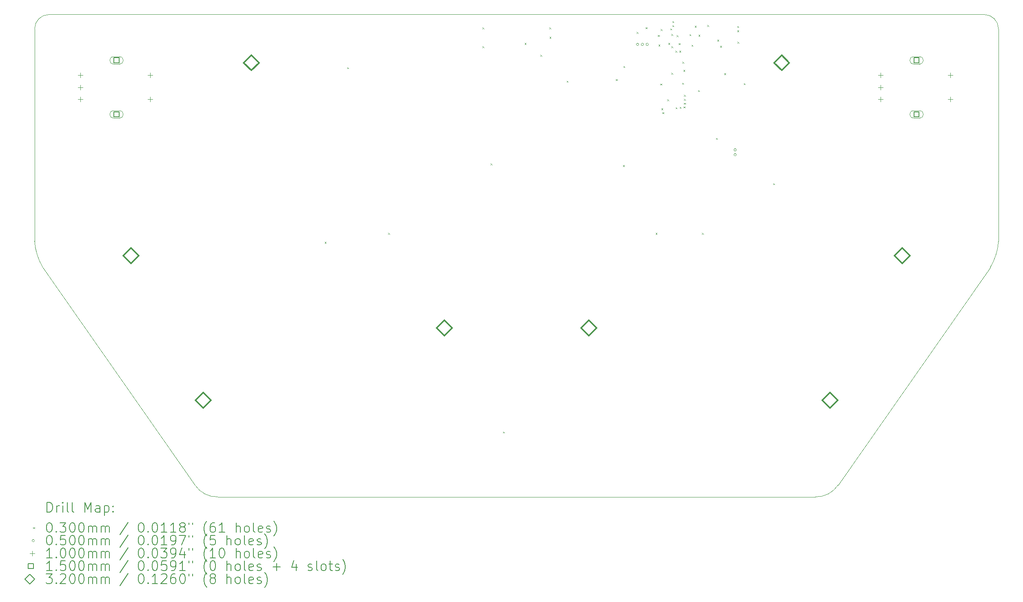
<source format=gbr>
%TF.GenerationSoftware,KiCad,Pcbnew,8.0.4*%
%TF.CreationDate,2024-07-22T17:52:39+08:00*%
%TF.ProjectId,PH-AC,50482d41-432e-46b6-9963-61645f706362,rev?*%
%TF.SameCoordinates,PX405f7e0PY328b740*%
%TF.FileFunction,Drillmap*%
%TF.FilePolarity,Positive*%
%FSLAX45Y45*%
G04 Gerber Fmt 4.5, Leading zero omitted, Abs format (unit mm)*
G04 Created by KiCad (PCBNEW 8.0.4) date 2024-07-22 17:52:39*
%MOMM*%
%LPD*%
G01*
G04 APERTURE LIST*
%ADD10C,0.050000*%
%ADD11C,0.200000*%
%ADD12C,0.100000*%
%ADD13C,0.150000*%
%ADD14C,0.320000*%
G04 APERTURE END LIST*
D10*
X19827961Y-5245770D02*
X16672039Y-9754230D01*
X300000Y0D02*
X19700000Y0D01*
X0Y-4700000D02*
X0Y-300000D01*
X3800000Y-10000000D02*
G75*
G02*
X3327962Y-9754230I-17720J542160D01*
G01*
X172039Y-5245770D02*
G75*
G02*
X-2Y-4700000I1056161J632930D01*
G01*
X0Y-300000D02*
G75*
G02*
X300000Y0I300000J0D01*
G01*
X19700000Y0D02*
G75*
G02*
X20000000Y-300000I0J-300000D01*
G01*
X16200000Y-10000000D02*
X3800000Y-10000000D01*
X20000000Y-4700000D02*
G75*
G02*
X19827960Y-5245769I-1228200J87160D01*
G01*
X3327961Y-9754230D02*
X172039Y-5245770D01*
X20000000Y-300000D02*
X20000000Y-4700000D01*
X16672039Y-9754230D02*
G75*
G02*
X16200000Y-10000001I-454319J296390D01*
G01*
D11*
D12*
X6020000Y-4715000D02*
X6050000Y-4745000D01*
X6050000Y-4715000D02*
X6020000Y-4745000D01*
X6485000Y-1095000D02*
X6515000Y-1125000D01*
X6515000Y-1095000D02*
X6485000Y-1125000D01*
X7335000Y-4530000D02*
X7365000Y-4560000D01*
X7365000Y-4530000D02*
X7335000Y-4560000D01*
X9290000Y-270000D02*
X9320000Y-300000D01*
X9320000Y-270000D02*
X9290000Y-300000D01*
X9290000Y-660000D02*
X9320000Y-690000D01*
X9320000Y-660000D02*
X9290000Y-690000D01*
X9460000Y-3090000D02*
X9490000Y-3120000D01*
X9490000Y-3090000D02*
X9460000Y-3120000D01*
X9720000Y-8645000D02*
X9750000Y-8675000D01*
X9750000Y-8645000D02*
X9720000Y-8675000D01*
X10167306Y-593000D02*
X10197306Y-623000D01*
X10197306Y-593000D02*
X10167306Y-623000D01*
X10495000Y-835000D02*
X10525000Y-865000D01*
X10525000Y-835000D02*
X10495000Y-865000D01*
X10680000Y-270000D02*
X10710000Y-300000D01*
X10710000Y-270000D02*
X10680000Y-300000D01*
X10685000Y-465000D02*
X10715000Y-495000D01*
X10715000Y-465000D02*
X10685000Y-495000D01*
X11040000Y-1375000D02*
X11070000Y-1405000D01*
X11070000Y-1375000D02*
X11040000Y-1405000D01*
X12060000Y-1340000D02*
X12090000Y-1370000D01*
X12090000Y-1340000D02*
X12060000Y-1370000D01*
X12210000Y-3120000D02*
X12240000Y-3150000D01*
X12240000Y-3120000D02*
X12210000Y-3150000D01*
X12215000Y-1070000D02*
X12245000Y-1100000D01*
X12245000Y-1070000D02*
X12215000Y-1100000D01*
X12490000Y-360000D02*
X12520000Y-390000D01*
X12520000Y-360000D02*
X12490000Y-390000D01*
X12680000Y-265000D02*
X12710000Y-295000D01*
X12710000Y-265000D02*
X12680000Y-295000D01*
X12885000Y-4530000D02*
X12915000Y-4560000D01*
X12915000Y-4530000D02*
X12885000Y-4560000D01*
X12930000Y-425000D02*
X12960000Y-455000D01*
X12960000Y-425000D02*
X12930000Y-455000D01*
X12945000Y-625000D02*
X12975000Y-655000D01*
X12975000Y-625000D02*
X12945000Y-655000D01*
X12985073Y-1434926D02*
X13015073Y-1464926D01*
X13015073Y-1434926D02*
X12985073Y-1464926D01*
X12990000Y-305000D02*
X13020000Y-335000D01*
X13020000Y-305000D02*
X12990000Y-335000D01*
X13005000Y-1945000D02*
X13035000Y-1975000D01*
X13035000Y-1945000D02*
X13005000Y-1975000D01*
X13027647Y-2027647D02*
X13057647Y-2057647D01*
X13057647Y-2027647D02*
X13027647Y-2057647D01*
X13127426Y-1757426D02*
X13157426Y-1787426D01*
X13157426Y-1757426D02*
X13127426Y-1787426D01*
X13150000Y-590000D02*
X13180000Y-620000D01*
X13180000Y-590000D02*
X13150000Y-620000D01*
X13190073Y-290074D02*
X13220073Y-320074D01*
X13220073Y-290074D02*
X13190073Y-320074D01*
X13210000Y-660000D02*
X13240000Y-690000D01*
X13240000Y-660000D02*
X13210000Y-690000D01*
X13210000Y-1210000D02*
X13240000Y-1240000D01*
X13240000Y-1210000D02*
X13210000Y-1240000D01*
X13210073Y-404926D02*
X13240073Y-434926D01*
X13240073Y-404926D02*
X13210073Y-434926D01*
X13232881Y-137119D02*
X13262881Y-167119D01*
X13262881Y-137119D02*
X13232881Y-167119D01*
X13234356Y-223447D02*
X13264356Y-253447D01*
X13264356Y-223447D02*
X13234356Y-253447D01*
X13295000Y-750000D02*
X13325000Y-780000D01*
X13325000Y-750000D02*
X13295000Y-780000D01*
X13300000Y-1925000D02*
X13330000Y-1955000D01*
X13330000Y-1925000D02*
X13300000Y-1955000D01*
X13320000Y-430000D02*
X13350000Y-460000D01*
X13350000Y-430000D02*
X13320000Y-460000D01*
X13365000Y-595000D02*
X13395000Y-625000D01*
X13395000Y-595000D02*
X13365000Y-625000D01*
X13375000Y-750000D02*
X13405000Y-780000D01*
X13405000Y-750000D02*
X13375000Y-780000D01*
X13385000Y-1915000D02*
X13415000Y-1945000D01*
X13415000Y-1915000D02*
X13385000Y-1945000D01*
X13435000Y-1415000D02*
X13465000Y-1445000D01*
X13465000Y-1415000D02*
X13435000Y-1445000D01*
X13440000Y-980000D02*
X13470000Y-1010000D01*
X13470000Y-980000D02*
X13440000Y-1010000D01*
X13460000Y-1150000D02*
X13490000Y-1180000D01*
X13490000Y-1150000D02*
X13460000Y-1180000D01*
X13464784Y-1909124D02*
X13494784Y-1939124D01*
X13494784Y-1909124D02*
X13464784Y-1939124D01*
X13474329Y-1664621D02*
X13504329Y-1694621D01*
X13504329Y-1664621D02*
X13474329Y-1694621D01*
X13474678Y-1749823D02*
X13504678Y-1779823D01*
X13504678Y-1749823D02*
X13474678Y-1779823D01*
X13475319Y-1829821D02*
X13505319Y-1859821D01*
X13505319Y-1829821D02*
X13475319Y-1859821D01*
X13590000Y-410000D02*
X13620000Y-440000D01*
X13620000Y-410000D02*
X13590000Y-440000D01*
X13630000Y-630000D02*
X13660000Y-660000D01*
X13660000Y-630000D02*
X13630000Y-660000D01*
X13700000Y-237000D02*
X13730000Y-267000D01*
X13730000Y-237000D02*
X13700000Y-267000D01*
X13765000Y-1570000D02*
X13795000Y-1600000D01*
X13795000Y-1570000D02*
X13765000Y-1600000D01*
X13775000Y-420000D02*
X13805000Y-450000D01*
X13805000Y-420000D02*
X13775000Y-450000D01*
X13845000Y-4530000D02*
X13875000Y-4560000D01*
X13875000Y-4530000D02*
X13845000Y-4560000D01*
X13955000Y-220000D02*
X13985000Y-250000D01*
X13985000Y-220000D02*
X13955000Y-250000D01*
X14140000Y-2560000D02*
X14170000Y-2590000D01*
X14170000Y-2560000D02*
X14140000Y-2590000D01*
X14165000Y-525000D02*
X14195000Y-555000D01*
X14195000Y-525000D02*
X14165000Y-555000D01*
X14225000Y-650000D02*
X14255000Y-680000D01*
X14255000Y-650000D02*
X14225000Y-680000D01*
X14310000Y-1215000D02*
X14340000Y-1245000D01*
X14340000Y-1215000D02*
X14310000Y-1245000D01*
X14580000Y-240000D02*
X14610000Y-270000D01*
X14610000Y-240000D02*
X14580000Y-270000D01*
X14580000Y-330000D02*
X14610000Y-360000D01*
X14610000Y-330000D02*
X14580000Y-360000D01*
X14585000Y-565000D02*
X14615000Y-595000D01*
X14615000Y-565000D02*
X14585000Y-595000D01*
X14715000Y-1425000D02*
X14745000Y-1455000D01*
X14745000Y-1425000D02*
X14715000Y-1455000D01*
X15325000Y-3500000D02*
X15355000Y-3530000D01*
X15355000Y-3500000D02*
X15325000Y-3530000D01*
X12535000Y-620000D02*
G75*
G02*
X12485000Y-620000I-25000J0D01*
G01*
X12485000Y-620000D02*
G75*
G02*
X12535000Y-620000I25000J0D01*
G01*
X12635000Y-620000D02*
G75*
G02*
X12585000Y-620000I-25000J0D01*
G01*
X12585000Y-620000D02*
G75*
G02*
X12635000Y-620000I25000J0D01*
G01*
X12735000Y-620000D02*
G75*
G02*
X12685000Y-620000I-25000J0D01*
G01*
X12685000Y-620000D02*
G75*
G02*
X12735000Y-620000I25000J0D01*
G01*
X14560000Y-2806000D02*
G75*
G02*
X14510000Y-2806000I-25000J0D01*
G01*
X14510000Y-2806000D02*
G75*
G02*
X14560000Y-2806000I25000J0D01*
G01*
X14560000Y-2906000D02*
G75*
G02*
X14510000Y-2906000I-25000J0D01*
G01*
X14510000Y-2906000D02*
G75*
G02*
X14560000Y-2906000I25000J0D01*
G01*
X950000Y-1210000D02*
X950000Y-1310000D01*
X900000Y-1260000D02*
X1000000Y-1260000D01*
X950000Y-1460000D02*
X950000Y-1560000D01*
X900000Y-1510000D02*
X1000000Y-1510000D01*
X950000Y-1710000D02*
X950000Y-1810000D01*
X900000Y-1760000D02*
X1000000Y-1760000D01*
X2400000Y-1210000D02*
X2400000Y-1310000D01*
X2350000Y-1260000D02*
X2450000Y-1260000D01*
X2400000Y-1710000D02*
X2400000Y-1810000D01*
X2350000Y-1760000D02*
X2450000Y-1760000D01*
X17550000Y-1210000D02*
X17550000Y-1310000D01*
X17500000Y-1260000D02*
X17600000Y-1260000D01*
X17550000Y-1460000D02*
X17550000Y-1560000D01*
X17500000Y-1510000D02*
X17600000Y-1510000D01*
X17550000Y-1710000D02*
X17550000Y-1810000D01*
X17500000Y-1760000D02*
X17600000Y-1760000D01*
X19000000Y-1210000D02*
X19000000Y-1310000D01*
X18950000Y-1260000D02*
X19050000Y-1260000D01*
X19000000Y-1710000D02*
X19000000Y-1810000D01*
X18950000Y-1760000D02*
X19050000Y-1760000D01*
D13*
X1753033Y-1003033D02*
X1753033Y-896966D01*
X1646966Y-896966D01*
X1646966Y-1003033D01*
X1753033Y-1003033D01*
D12*
X1635000Y-1025000D02*
X1765000Y-1025000D01*
X1765000Y-875000D02*
G75*
G02*
X1765000Y-1025000I0J-75000D01*
G01*
X1765000Y-875000D02*
X1635000Y-875000D01*
X1635000Y-875000D02*
G75*
G03*
X1635000Y-1025000I0J-75000D01*
G01*
D13*
X1753033Y-2123034D02*
X1753033Y-2016966D01*
X1646966Y-2016966D01*
X1646966Y-2123034D01*
X1753033Y-2123034D01*
D12*
X1635000Y-2145000D02*
X1765000Y-2145000D01*
X1765000Y-1995000D02*
G75*
G02*
X1765000Y-2145000I0J-75000D01*
G01*
X1765000Y-1995000D02*
X1635000Y-1995000D01*
X1635000Y-1995000D02*
G75*
G03*
X1635000Y-2145000I0J-75000D01*
G01*
D13*
X18353034Y-1003033D02*
X18353034Y-896966D01*
X18246967Y-896966D01*
X18246967Y-1003033D01*
X18353034Y-1003033D01*
D12*
X18235000Y-1025000D02*
X18365000Y-1025000D01*
X18365000Y-875000D02*
G75*
G02*
X18365000Y-1025000I0J-75000D01*
G01*
X18365000Y-875000D02*
X18235000Y-875000D01*
X18235000Y-875000D02*
G75*
G03*
X18235000Y-1025000I0J-75000D01*
G01*
D13*
X18353034Y-2123034D02*
X18353034Y-2016966D01*
X18246967Y-2016966D01*
X18246967Y-2123034D01*
X18353034Y-2123034D01*
D12*
X18235000Y-2145000D02*
X18365000Y-2145000D01*
X18365000Y-1995000D02*
G75*
G02*
X18365000Y-2145000I0J-75000D01*
G01*
X18365000Y-1995000D02*
X18235000Y-1995000D01*
X18235000Y-1995000D02*
G75*
G03*
X18235000Y-2145000I0J-75000D01*
G01*
D14*
X2000000Y-5160000D02*
X2160000Y-5000000D01*
X2000000Y-4840000D01*
X1840000Y-5000000D01*
X2000000Y-5160000D01*
X3500000Y-8160000D02*
X3660000Y-8000000D01*
X3500000Y-7840000D01*
X3340000Y-8000000D01*
X3500000Y-8160000D01*
X4500000Y-1160000D02*
X4660000Y-1000000D01*
X4500000Y-840000D01*
X4340000Y-1000000D01*
X4500000Y-1160000D01*
X8500000Y-6660000D02*
X8660000Y-6500000D01*
X8500000Y-6340000D01*
X8340000Y-6500000D01*
X8500000Y-6660000D01*
X11500000Y-6660000D02*
X11660000Y-6500000D01*
X11500000Y-6340000D01*
X11340000Y-6500000D01*
X11500000Y-6660000D01*
X15500000Y-1160000D02*
X15660000Y-1000000D01*
X15500000Y-840000D01*
X15340000Y-1000000D01*
X15500000Y-1160000D01*
X16500000Y-8160000D02*
X16660000Y-8000000D01*
X16500000Y-7840000D01*
X16340000Y-8000000D01*
X16500000Y-8160000D01*
X18000000Y-5160000D02*
X18160000Y-5000000D01*
X18000000Y-4840000D01*
X17840000Y-5000000D01*
X18000000Y-5160000D01*
D11*
X258277Y-10314274D02*
X258277Y-10114274D01*
X258277Y-10114274D02*
X305896Y-10114274D01*
X305896Y-10114274D02*
X334467Y-10123798D01*
X334467Y-10123798D02*
X353515Y-10142846D01*
X353515Y-10142846D02*
X363039Y-10161893D01*
X363039Y-10161893D02*
X372562Y-10199989D01*
X372562Y-10199989D02*
X372562Y-10228560D01*
X372562Y-10228560D02*
X363039Y-10266655D01*
X363039Y-10266655D02*
X353515Y-10285703D01*
X353515Y-10285703D02*
X334467Y-10304751D01*
X334467Y-10304751D02*
X305896Y-10314274D01*
X305896Y-10314274D02*
X258277Y-10314274D01*
X458277Y-10314274D02*
X458277Y-10180941D01*
X458277Y-10219036D02*
X467801Y-10199989D01*
X467801Y-10199989D02*
X477324Y-10190465D01*
X477324Y-10190465D02*
X496372Y-10180941D01*
X496372Y-10180941D02*
X515420Y-10180941D01*
X582086Y-10314274D02*
X582086Y-10180941D01*
X582086Y-10114274D02*
X572563Y-10123798D01*
X572563Y-10123798D02*
X582086Y-10133322D01*
X582086Y-10133322D02*
X591610Y-10123798D01*
X591610Y-10123798D02*
X582086Y-10114274D01*
X582086Y-10114274D02*
X582086Y-10133322D01*
X705896Y-10314274D02*
X686848Y-10304751D01*
X686848Y-10304751D02*
X677324Y-10285703D01*
X677324Y-10285703D02*
X677324Y-10114274D01*
X810658Y-10314274D02*
X791610Y-10304751D01*
X791610Y-10304751D02*
X782086Y-10285703D01*
X782086Y-10285703D02*
X782086Y-10114274D01*
X1039229Y-10314274D02*
X1039229Y-10114274D01*
X1039229Y-10114274D02*
X1105896Y-10257132D01*
X1105896Y-10257132D02*
X1172563Y-10114274D01*
X1172563Y-10114274D02*
X1172563Y-10314274D01*
X1353515Y-10314274D02*
X1353515Y-10209513D01*
X1353515Y-10209513D02*
X1343991Y-10190465D01*
X1343991Y-10190465D02*
X1324944Y-10180941D01*
X1324944Y-10180941D02*
X1286848Y-10180941D01*
X1286848Y-10180941D02*
X1267801Y-10190465D01*
X1353515Y-10304751D02*
X1334467Y-10314274D01*
X1334467Y-10314274D02*
X1286848Y-10314274D01*
X1286848Y-10314274D02*
X1267801Y-10304751D01*
X1267801Y-10304751D02*
X1258277Y-10285703D01*
X1258277Y-10285703D02*
X1258277Y-10266655D01*
X1258277Y-10266655D02*
X1267801Y-10247608D01*
X1267801Y-10247608D02*
X1286848Y-10238084D01*
X1286848Y-10238084D02*
X1334467Y-10238084D01*
X1334467Y-10238084D02*
X1353515Y-10228560D01*
X1448753Y-10180941D02*
X1448753Y-10380941D01*
X1448753Y-10190465D02*
X1467801Y-10180941D01*
X1467801Y-10180941D02*
X1505896Y-10180941D01*
X1505896Y-10180941D02*
X1524943Y-10190465D01*
X1524943Y-10190465D02*
X1534467Y-10199989D01*
X1534467Y-10199989D02*
X1543991Y-10219036D01*
X1543991Y-10219036D02*
X1543991Y-10276179D01*
X1543991Y-10276179D02*
X1534467Y-10295227D01*
X1534467Y-10295227D02*
X1524943Y-10304751D01*
X1524943Y-10304751D02*
X1505896Y-10314274D01*
X1505896Y-10314274D02*
X1467801Y-10314274D01*
X1467801Y-10314274D02*
X1448753Y-10304751D01*
X1629705Y-10295227D02*
X1639229Y-10304751D01*
X1639229Y-10304751D02*
X1629705Y-10314274D01*
X1629705Y-10314274D02*
X1620182Y-10304751D01*
X1620182Y-10304751D02*
X1629705Y-10295227D01*
X1629705Y-10295227D02*
X1629705Y-10314274D01*
X1629705Y-10190465D02*
X1639229Y-10199989D01*
X1639229Y-10199989D02*
X1629705Y-10209513D01*
X1629705Y-10209513D02*
X1620182Y-10199989D01*
X1620182Y-10199989D02*
X1629705Y-10190465D01*
X1629705Y-10190465D02*
X1629705Y-10209513D01*
D12*
X-32500Y-10627791D02*
X-2500Y-10657791D01*
X-2500Y-10627791D02*
X-32500Y-10657791D01*
D11*
X296372Y-10534274D02*
X315420Y-10534274D01*
X315420Y-10534274D02*
X334467Y-10543798D01*
X334467Y-10543798D02*
X343991Y-10553322D01*
X343991Y-10553322D02*
X353515Y-10572370D01*
X353515Y-10572370D02*
X363039Y-10610465D01*
X363039Y-10610465D02*
X363039Y-10658084D01*
X363039Y-10658084D02*
X353515Y-10696179D01*
X353515Y-10696179D02*
X343991Y-10715227D01*
X343991Y-10715227D02*
X334467Y-10724751D01*
X334467Y-10724751D02*
X315420Y-10734274D01*
X315420Y-10734274D02*
X296372Y-10734274D01*
X296372Y-10734274D02*
X277324Y-10724751D01*
X277324Y-10724751D02*
X267801Y-10715227D01*
X267801Y-10715227D02*
X258277Y-10696179D01*
X258277Y-10696179D02*
X248753Y-10658084D01*
X248753Y-10658084D02*
X248753Y-10610465D01*
X248753Y-10610465D02*
X258277Y-10572370D01*
X258277Y-10572370D02*
X267801Y-10553322D01*
X267801Y-10553322D02*
X277324Y-10543798D01*
X277324Y-10543798D02*
X296372Y-10534274D01*
X448753Y-10715227D02*
X458277Y-10724751D01*
X458277Y-10724751D02*
X448753Y-10734274D01*
X448753Y-10734274D02*
X439229Y-10724751D01*
X439229Y-10724751D02*
X448753Y-10715227D01*
X448753Y-10715227D02*
X448753Y-10734274D01*
X524944Y-10534274D02*
X648753Y-10534274D01*
X648753Y-10534274D02*
X582086Y-10610465D01*
X582086Y-10610465D02*
X610658Y-10610465D01*
X610658Y-10610465D02*
X629705Y-10619989D01*
X629705Y-10619989D02*
X639229Y-10629513D01*
X639229Y-10629513D02*
X648753Y-10648560D01*
X648753Y-10648560D02*
X648753Y-10696179D01*
X648753Y-10696179D02*
X639229Y-10715227D01*
X639229Y-10715227D02*
X629705Y-10724751D01*
X629705Y-10724751D02*
X610658Y-10734274D01*
X610658Y-10734274D02*
X553515Y-10734274D01*
X553515Y-10734274D02*
X534467Y-10724751D01*
X534467Y-10724751D02*
X524944Y-10715227D01*
X772562Y-10534274D02*
X791610Y-10534274D01*
X791610Y-10534274D02*
X810658Y-10543798D01*
X810658Y-10543798D02*
X820182Y-10553322D01*
X820182Y-10553322D02*
X829705Y-10572370D01*
X829705Y-10572370D02*
X839229Y-10610465D01*
X839229Y-10610465D02*
X839229Y-10658084D01*
X839229Y-10658084D02*
X829705Y-10696179D01*
X829705Y-10696179D02*
X820182Y-10715227D01*
X820182Y-10715227D02*
X810658Y-10724751D01*
X810658Y-10724751D02*
X791610Y-10734274D01*
X791610Y-10734274D02*
X772562Y-10734274D01*
X772562Y-10734274D02*
X753515Y-10724751D01*
X753515Y-10724751D02*
X743991Y-10715227D01*
X743991Y-10715227D02*
X734467Y-10696179D01*
X734467Y-10696179D02*
X724943Y-10658084D01*
X724943Y-10658084D02*
X724943Y-10610465D01*
X724943Y-10610465D02*
X734467Y-10572370D01*
X734467Y-10572370D02*
X743991Y-10553322D01*
X743991Y-10553322D02*
X753515Y-10543798D01*
X753515Y-10543798D02*
X772562Y-10534274D01*
X963039Y-10534274D02*
X982086Y-10534274D01*
X982086Y-10534274D02*
X1001134Y-10543798D01*
X1001134Y-10543798D02*
X1010658Y-10553322D01*
X1010658Y-10553322D02*
X1020182Y-10572370D01*
X1020182Y-10572370D02*
X1029705Y-10610465D01*
X1029705Y-10610465D02*
X1029705Y-10658084D01*
X1029705Y-10658084D02*
X1020182Y-10696179D01*
X1020182Y-10696179D02*
X1010658Y-10715227D01*
X1010658Y-10715227D02*
X1001134Y-10724751D01*
X1001134Y-10724751D02*
X982086Y-10734274D01*
X982086Y-10734274D02*
X963039Y-10734274D01*
X963039Y-10734274D02*
X943991Y-10724751D01*
X943991Y-10724751D02*
X934467Y-10715227D01*
X934467Y-10715227D02*
X924943Y-10696179D01*
X924943Y-10696179D02*
X915420Y-10658084D01*
X915420Y-10658084D02*
X915420Y-10610465D01*
X915420Y-10610465D02*
X924943Y-10572370D01*
X924943Y-10572370D02*
X934467Y-10553322D01*
X934467Y-10553322D02*
X943991Y-10543798D01*
X943991Y-10543798D02*
X963039Y-10534274D01*
X1115420Y-10734274D02*
X1115420Y-10600941D01*
X1115420Y-10619989D02*
X1124944Y-10610465D01*
X1124944Y-10610465D02*
X1143991Y-10600941D01*
X1143991Y-10600941D02*
X1172563Y-10600941D01*
X1172563Y-10600941D02*
X1191610Y-10610465D01*
X1191610Y-10610465D02*
X1201134Y-10629513D01*
X1201134Y-10629513D02*
X1201134Y-10734274D01*
X1201134Y-10629513D02*
X1210658Y-10610465D01*
X1210658Y-10610465D02*
X1229705Y-10600941D01*
X1229705Y-10600941D02*
X1258277Y-10600941D01*
X1258277Y-10600941D02*
X1277325Y-10610465D01*
X1277325Y-10610465D02*
X1286848Y-10629513D01*
X1286848Y-10629513D02*
X1286848Y-10734274D01*
X1382086Y-10734274D02*
X1382086Y-10600941D01*
X1382086Y-10619989D02*
X1391610Y-10610465D01*
X1391610Y-10610465D02*
X1410658Y-10600941D01*
X1410658Y-10600941D02*
X1439229Y-10600941D01*
X1439229Y-10600941D02*
X1458277Y-10610465D01*
X1458277Y-10610465D02*
X1467801Y-10629513D01*
X1467801Y-10629513D02*
X1467801Y-10734274D01*
X1467801Y-10629513D02*
X1477324Y-10610465D01*
X1477324Y-10610465D02*
X1496372Y-10600941D01*
X1496372Y-10600941D02*
X1524943Y-10600941D01*
X1524943Y-10600941D02*
X1543991Y-10610465D01*
X1543991Y-10610465D02*
X1553515Y-10629513D01*
X1553515Y-10629513D02*
X1553515Y-10734274D01*
X1943991Y-10524751D02*
X1772563Y-10781893D01*
X2201134Y-10534274D02*
X2220182Y-10534274D01*
X2220182Y-10534274D02*
X2239229Y-10543798D01*
X2239229Y-10543798D02*
X2248753Y-10553322D01*
X2248753Y-10553322D02*
X2258277Y-10572370D01*
X2258277Y-10572370D02*
X2267801Y-10610465D01*
X2267801Y-10610465D02*
X2267801Y-10658084D01*
X2267801Y-10658084D02*
X2258277Y-10696179D01*
X2258277Y-10696179D02*
X2248753Y-10715227D01*
X2248753Y-10715227D02*
X2239229Y-10724751D01*
X2239229Y-10724751D02*
X2220182Y-10734274D01*
X2220182Y-10734274D02*
X2201134Y-10734274D01*
X2201134Y-10734274D02*
X2182087Y-10724751D01*
X2182087Y-10724751D02*
X2172563Y-10715227D01*
X2172563Y-10715227D02*
X2163039Y-10696179D01*
X2163039Y-10696179D02*
X2153515Y-10658084D01*
X2153515Y-10658084D02*
X2153515Y-10610465D01*
X2153515Y-10610465D02*
X2163039Y-10572370D01*
X2163039Y-10572370D02*
X2172563Y-10553322D01*
X2172563Y-10553322D02*
X2182087Y-10543798D01*
X2182087Y-10543798D02*
X2201134Y-10534274D01*
X2353515Y-10715227D02*
X2363039Y-10724751D01*
X2363039Y-10724751D02*
X2353515Y-10734274D01*
X2353515Y-10734274D02*
X2343991Y-10724751D01*
X2343991Y-10724751D02*
X2353515Y-10715227D01*
X2353515Y-10715227D02*
X2353515Y-10734274D01*
X2486848Y-10534274D02*
X2505896Y-10534274D01*
X2505896Y-10534274D02*
X2524944Y-10543798D01*
X2524944Y-10543798D02*
X2534468Y-10553322D01*
X2534468Y-10553322D02*
X2543991Y-10572370D01*
X2543991Y-10572370D02*
X2553515Y-10610465D01*
X2553515Y-10610465D02*
X2553515Y-10658084D01*
X2553515Y-10658084D02*
X2543991Y-10696179D01*
X2543991Y-10696179D02*
X2534468Y-10715227D01*
X2534468Y-10715227D02*
X2524944Y-10724751D01*
X2524944Y-10724751D02*
X2505896Y-10734274D01*
X2505896Y-10734274D02*
X2486848Y-10734274D01*
X2486848Y-10734274D02*
X2467801Y-10724751D01*
X2467801Y-10724751D02*
X2458277Y-10715227D01*
X2458277Y-10715227D02*
X2448753Y-10696179D01*
X2448753Y-10696179D02*
X2439229Y-10658084D01*
X2439229Y-10658084D02*
X2439229Y-10610465D01*
X2439229Y-10610465D02*
X2448753Y-10572370D01*
X2448753Y-10572370D02*
X2458277Y-10553322D01*
X2458277Y-10553322D02*
X2467801Y-10543798D01*
X2467801Y-10543798D02*
X2486848Y-10534274D01*
X2743991Y-10734274D02*
X2629706Y-10734274D01*
X2686848Y-10734274D02*
X2686848Y-10534274D01*
X2686848Y-10534274D02*
X2667801Y-10562846D01*
X2667801Y-10562846D02*
X2648753Y-10581893D01*
X2648753Y-10581893D02*
X2629706Y-10591417D01*
X2934467Y-10734274D02*
X2820182Y-10734274D01*
X2877325Y-10734274D02*
X2877325Y-10534274D01*
X2877325Y-10534274D02*
X2858277Y-10562846D01*
X2858277Y-10562846D02*
X2839229Y-10581893D01*
X2839229Y-10581893D02*
X2820182Y-10591417D01*
X3048753Y-10619989D02*
X3029706Y-10610465D01*
X3029706Y-10610465D02*
X3020182Y-10600941D01*
X3020182Y-10600941D02*
X3010658Y-10581893D01*
X3010658Y-10581893D02*
X3010658Y-10572370D01*
X3010658Y-10572370D02*
X3020182Y-10553322D01*
X3020182Y-10553322D02*
X3029706Y-10543798D01*
X3029706Y-10543798D02*
X3048753Y-10534274D01*
X3048753Y-10534274D02*
X3086848Y-10534274D01*
X3086848Y-10534274D02*
X3105896Y-10543798D01*
X3105896Y-10543798D02*
X3115420Y-10553322D01*
X3115420Y-10553322D02*
X3124944Y-10572370D01*
X3124944Y-10572370D02*
X3124944Y-10581893D01*
X3124944Y-10581893D02*
X3115420Y-10600941D01*
X3115420Y-10600941D02*
X3105896Y-10610465D01*
X3105896Y-10610465D02*
X3086848Y-10619989D01*
X3086848Y-10619989D02*
X3048753Y-10619989D01*
X3048753Y-10619989D02*
X3029706Y-10629513D01*
X3029706Y-10629513D02*
X3020182Y-10639036D01*
X3020182Y-10639036D02*
X3010658Y-10658084D01*
X3010658Y-10658084D02*
X3010658Y-10696179D01*
X3010658Y-10696179D02*
X3020182Y-10715227D01*
X3020182Y-10715227D02*
X3029706Y-10724751D01*
X3029706Y-10724751D02*
X3048753Y-10734274D01*
X3048753Y-10734274D02*
X3086848Y-10734274D01*
X3086848Y-10734274D02*
X3105896Y-10724751D01*
X3105896Y-10724751D02*
X3115420Y-10715227D01*
X3115420Y-10715227D02*
X3124944Y-10696179D01*
X3124944Y-10696179D02*
X3124944Y-10658084D01*
X3124944Y-10658084D02*
X3115420Y-10639036D01*
X3115420Y-10639036D02*
X3105896Y-10629513D01*
X3105896Y-10629513D02*
X3086848Y-10619989D01*
X3201134Y-10534274D02*
X3201134Y-10572370D01*
X3277325Y-10534274D02*
X3277325Y-10572370D01*
X3572563Y-10810465D02*
X3563039Y-10800941D01*
X3563039Y-10800941D02*
X3543991Y-10772370D01*
X3543991Y-10772370D02*
X3534468Y-10753322D01*
X3534468Y-10753322D02*
X3524944Y-10724751D01*
X3524944Y-10724751D02*
X3515420Y-10677132D01*
X3515420Y-10677132D02*
X3515420Y-10639036D01*
X3515420Y-10639036D02*
X3524944Y-10591417D01*
X3524944Y-10591417D02*
X3534468Y-10562846D01*
X3534468Y-10562846D02*
X3543991Y-10543798D01*
X3543991Y-10543798D02*
X3563039Y-10515227D01*
X3563039Y-10515227D02*
X3572563Y-10505703D01*
X3734468Y-10534274D02*
X3696372Y-10534274D01*
X3696372Y-10534274D02*
X3677325Y-10543798D01*
X3677325Y-10543798D02*
X3667801Y-10553322D01*
X3667801Y-10553322D02*
X3648753Y-10581893D01*
X3648753Y-10581893D02*
X3639229Y-10619989D01*
X3639229Y-10619989D02*
X3639229Y-10696179D01*
X3639229Y-10696179D02*
X3648753Y-10715227D01*
X3648753Y-10715227D02*
X3658277Y-10724751D01*
X3658277Y-10724751D02*
X3677325Y-10734274D01*
X3677325Y-10734274D02*
X3715420Y-10734274D01*
X3715420Y-10734274D02*
X3734468Y-10724751D01*
X3734468Y-10724751D02*
X3743991Y-10715227D01*
X3743991Y-10715227D02*
X3753515Y-10696179D01*
X3753515Y-10696179D02*
X3753515Y-10648560D01*
X3753515Y-10648560D02*
X3743991Y-10629513D01*
X3743991Y-10629513D02*
X3734468Y-10619989D01*
X3734468Y-10619989D02*
X3715420Y-10610465D01*
X3715420Y-10610465D02*
X3677325Y-10610465D01*
X3677325Y-10610465D02*
X3658277Y-10619989D01*
X3658277Y-10619989D02*
X3648753Y-10629513D01*
X3648753Y-10629513D02*
X3639229Y-10648560D01*
X3943991Y-10734274D02*
X3829706Y-10734274D01*
X3886848Y-10734274D02*
X3886848Y-10534274D01*
X3886848Y-10534274D02*
X3867801Y-10562846D01*
X3867801Y-10562846D02*
X3848753Y-10581893D01*
X3848753Y-10581893D02*
X3829706Y-10591417D01*
X4182087Y-10734274D02*
X4182087Y-10534274D01*
X4267801Y-10734274D02*
X4267801Y-10629513D01*
X4267801Y-10629513D02*
X4258277Y-10610465D01*
X4258277Y-10610465D02*
X4239230Y-10600941D01*
X4239230Y-10600941D02*
X4210658Y-10600941D01*
X4210658Y-10600941D02*
X4191610Y-10610465D01*
X4191610Y-10610465D02*
X4182087Y-10619989D01*
X4391611Y-10734274D02*
X4372563Y-10724751D01*
X4372563Y-10724751D02*
X4363039Y-10715227D01*
X4363039Y-10715227D02*
X4353515Y-10696179D01*
X4353515Y-10696179D02*
X4353515Y-10639036D01*
X4353515Y-10639036D02*
X4363039Y-10619989D01*
X4363039Y-10619989D02*
X4372563Y-10610465D01*
X4372563Y-10610465D02*
X4391611Y-10600941D01*
X4391611Y-10600941D02*
X4420182Y-10600941D01*
X4420182Y-10600941D02*
X4439230Y-10610465D01*
X4439230Y-10610465D02*
X4448753Y-10619989D01*
X4448753Y-10619989D02*
X4458277Y-10639036D01*
X4458277Y-10639036D02*
X4458277Y-10696179D01*
X4458277Y-10696179D02*
X4448753Y-10715227D01*
X4448753Y-10715227D02*
X4439230Y-10724751D01*
X4439230Y-10724751D02*
X4420182Y-10734274D01*
X4420182Y-10734274D02*
X4391611Y-10734274D01*
X4572563Y-10734274D02*
X4553515Y-10724751D01*
X4553515Y-10724751D02*
X4543992Y-10705703D01*
X4543992Y-10705703D02*
X4543992Y-10534274D01*
X4724944Y-10724751D02*
X4705896Y-10734274D01*
X4705896Y-10734274D02*
X4667801Y-10734274D01*
X4667801Y-10734274D02*
X4648753Y-10724751D01*
X4648753Y-10724751D02*
X4639230Y-10705703D01*
X4639230Y-10705703D02*
X4639230Y-10629513D01*
X4639230Y-10629513D02*
X4648753Y-10610465D01*
X4648753Y-10610465D02*
X4667801Y-10600941D01*
X4667801Y-10600941D02*
X4705896Y-10600941D01*
X4705896Y-10600941D02*
X4724944Y-10610465D01*
X4724944Y-10610465D02*
X4734468Y-10629513D01*
X4734468Y-10629513D02*
X4734468Y-10648560D01*
X4734468Y-10648560D02*
X4639230Y-10667608D01*
X4810658Y-10724751D02*
X4829706Y-10734274D01*
X4829706Y-10734274D02*
X4867801Y-10734274D01*
X4867801Y-10734274D02*
X4886849Y-10724751D01*
X4886849Y-10724751D02*
X4896373Y-10705703D01*
X4896373Y-10705703D02*
X4896373Y-10696179D01*
X4896373Y-10696179D02*
X4886849Y-10677132D01*
X4886849Y-10677132D02*
X4867801Y-10667608D01*
X4867801Y-10667608D02*
X4839230Y-10667608D01*
X4839230Y-10667608D02*
X4820182Y-10658084D01*
X4820182Y-10658084D02*
X4810658Y-10639036D01*
X4810658Y-10639036D02*
X4810658Y-10629513D01*
X4810658Y-10629513D02*
X4820182Y-10610465D01*
X4820182Y-10610465D02*
X4839230Y-10600941D01*
X4839230Y-10600941D02*
X4867801Y-10600941D01*
X4867801Y-10600941D02*
X4886849Y-10610465D01*
X4963039Y-10810465D02*
X4972563Y-10800941D01*
X4972563Y-10800941D02*
X4991611Y-10772370D01*
X4991611Y-10772370D02*
X5001134Y-10753322D01*
X5001134Y-10753322D02*
X5010658Y-10724751D01*
X5010658Y-10724751D02*
X5020182Y-10677132D01*
X5020182Y-10677132D02*
X5020182Y-10639036D01*
X5020182Y-10639036D02*
X5010658Y-10591417D01*
X5010658Y-10591417D02*
X5001134Y-10562846D01*
X5001134Y-10562846D02*
X4991611Y-10543798D01*
X4991611Y-10543798D02*
X4972563Y-10515227D01*
X4972563Y-10515227D02*
X4963039Y-10505703D01*
D12*
X-2500Y-10906791D02*
G75*
G02*
X-52500Y-10906791I-25000J0D01*
G01*
X-52500Y-10906791D02*
G75*
G02*
X-2500Y-10906791I25000J0D01*
G01*
D11*
X296372Y-10798274D02*
X315420Y-10798274D01*
X315420Y-10798274D02*
X334467Y-10807798D01*
X334467Y-10807798D02*
X343991Y-10817322D01*
X343991Y-10817322D02*
X353515Y-10836370D01*
X353515Y-10836370D02*
X363039Y-10874465D01*
X363039Y-10874465D02*
X363039Y-10922084D01*
X363039Y-10922084D02*
X353515Y-10960179D01*
X353515Y-10960179D02*
X343991Y-10979227D01*
X343991Y-10979227D02*
X334467Y-10988751D01*
X334467Y-10988751D02*
X315420Y-10998274D01*
X315420Y-10998274D02*
X296372Y-10998274D01*
X296372Y-10998274D02*
X277324Y-10988751D01*
X277324Y-10988751D02*
X267801Y-10979227D01*
X267801Y-10979227D02*
X258277Y-10960179D01*
X258277Y-10960179D02*
X248753Y-10922084D01*
X248753Y-10922084D02*
X248753Y-10874465D01*
X248753Y-10874465D02*
X258277Y-10836370D01*
X258277Y-10836370D02*
X267801Y-10817322D01*
X267801Y-10817322D02*
X277324Y-10807798D01*
X277324Y-10807798D02*
X296372Y-10798274D01*
X448753Y-10979227D02*
X458277Y-10988751D01*
X458277Y-10988751D02*
X448753Y-10998274D01*
X448753Y-10998274D02*
X439229Y-10988751D01*
X439229Y-10988751D02*
X448753Y-10979227D01*
X448753Y-10979227D02*
X448753Y-10998274D01*
X639229Y-10798274D02*
X543991Y-10798274D01*
X543991Y-10798274D02*
X534467Y-10893513D01*
X534467Y-10893513D02*
X543991Y-10883989D01*
X543991Y-10883989D02*
X563039Y-10874465D01*
X563039Y-10874465D02*
X610658Y-10874465D01*
X610658Y-10874465D02*
X629705Y-10883989D01*
X629705Y-10883989D02*
X639229Y-10893513D01*
X639229Y-10893513D02*
X648753Y-10912560D01*
X648753Y-10912560D02*
X648753Y-10960179D01*
X648753Y-10960179D02*
X639229Y-10979227D01*
X639229Y-10979227D02*
X629705Y-10988751D01*
X629705Y-10988751D02*
X610658Y-10998274D01*
X610658Y-10998274D02*
X563039Y-10998274D01*
X563039Y-10998274D02*
X543991Y-10988751D01*
X543991Y-10988751D02*
X534467Y-10979227D01*
X772562Y-10798274D02*
X791610Y-10798274D01*
X791610Y-10798274D02*
X810658Y-10807798D01*
X810658Y-10807798D02*
X820182Y-10817322D01*
X820182Y-10817322D02*
X829705Y-10836370D01*
X829705Y-10836370D02*
X839229Y-10874465D01*
X839229Y-10874465D02*
X839229Y-10922084D01*
X839229Y-10922084D02*
X829705Y-10960179D01*
X829705Y-10960179D02*
X820182Y-10979227D01*
X820182Y-10979227D02*
X810658Y-10988751D01*
X810658Y-10988751D02*
X791610Y-10998274D01*
X791610Y-10998274D02*
X772562Y-10998274D01*
X772562Y-10998274D02*
X753515Y-10988751D01*
X753515Y-10988751D02*
X743991Y-10979227D01*
X743991Y-10979227D02*
X734467Y-10960179D01*
X734467Y-10960179D02*
X724943Y-10922084D01*
X724943Y-10922084D02*
X724943Y-10874465D01*
X724943Y-10874465D02*
X734467Y-10836370D01*
X734467Y-10836370D02*
X743991Y-10817322D01*
X743991Y-10817322D02*
X753515Y-10807798D01*
X753515Y-10807798D02*
X772562Y-10798274D01*
X963039Y-10798274D02*
X982086Y-10798274D01*
X982086Y-10798274D02*
X1001134Y-10807798D01*
X1001134Y-10807798D02*
X1010658Y-10817322D01*
X1010658Y-10817322D02*
X1020182Y-10836370D01*
X1020182Y-10836370D02*
X1029705Y-10874465D01*
X1029705Y-10874465D02*
X1029705Y-10922084D01*
X1029705Y-10922084D02*
X1020182Y-10960179D01*
X1020182Y-10960179D02*
X1010658Y-10979227D01*
X1010658Y-10979227D02*
X1001134Y-10988751D01*
X1001134Y-10988751D02*
X982086Y-10998274D01*
X982086Y-10998274D02*
X963039Y-10998274D01*
X963039Y-10998274D02*
X943991Y-10988751D01*
X943991Y-10988751D02*
X934467Y-10979227D01*
X934467Y-10979227D02*
X924943Y-10960179D01*
X924943Y-10960179D02*
X915420Y-10922084D01*
X915420Y-10922084D02*
X915420Y-10874465D01*
X915420Y-10874465D02*
X924943Y-10836370D01*
X924943Y-10836370D02*
X934467Y-10817322D01*
X934467Y-10817322D02*
X943991Y-10807798D01*
X943991Y-10807798D02*
X963039Y-10798274D01*
X1115420Y-10998274D02*
X1115420Y-10864941D01*
X1115420Y-10883989D02*
X1124944Y-10874465D01*
X1124944Y-10874465D02*
X1143991Y-10864941D01*
X1143991Y-10864941D02*
X1172563Y-10864941D01*
X1172563Y-10864941D02*
X1191610Y-10874465D01*
X1191610Y-10874465D02*
X1201134Y-10893513D01*
X1201134Y-10893513D02*
X1201134Y-10998274D01*
X1201134Y-10893513D02*
X1210658Y-10874465D01*
X1210658Y-10874465D02*
X1229705Y-10864941D01*
X1229705Y-10864941D02*
X1258277Y-10864941D01*
X1258277Y-10864941D02*
X1277325Y-10874465D01*
X1277325Y-10874465D02*
X1286848Y-10893513D01*
X1286848Y-10893513D02*
X1286848Y-10998274D01*
X1382086Y-10998274D02*
X1382086Y-10864941D01*
X1382086Y-10883989D02*
X1391610Y-10874465D01*
X1391610Y-10874465D02*
X1410658Y-10864941D01*
X1410658Y-10864941D02*
X1439229Y-10864941D01*
X1439229Y-10864941D02*
X1458277Y-10874465D01*
X1458277Y-10874465D02*
X1467801Y-10893513D01*
X1467801Y-10893513D02*
X1467801Y-10998274D01*
X1467801Y-10893513D02*
X1477324Y-10874465D01*
X1477324Y-10874465D02*
X1496372Y-10864941D01*
X1496372Y-10864941D02*
X1524943Y-10864941D01*
X1524943Y-10864941D02*
X1543991Y-10874465D01*
X1543991Y-10874465D02*
X1553515Y-10893513D01*
X1553515Y-10893513D02*
X1553515Y-10998274D01*
X1943991Y-10788751D02*
X1772563Y-11045893D01*
X2201134Y-10798274D02*
X2220182Y-10798274D01*
X2220182Y-10798274D02*
X2239229Y-10807798D01*
X2239229Y-10807798D02*
X2248753Y-10817322D01*
X2248753Y-10817322D02*
X2258277Y-10836370D01*
X2258277Y-10836370D02*
X2267801Y-10874465D01*
X2267801Y-10874465D02*
X2267801Y-10922084D01*
X2267801Y-10922084D02*
X2258277Y-10960179D01*
X2258277Y-10960179D02*
X2248753Y-10979227D01*
X2248753Y-10979227D02*
X2239229Y-10988751D01*
X2239229Y-10988751D02*
X2220182Y-10998274D01*
X2220182Y-10998274D02*
X2201134Y-10998274D01*
X2201134Y-10998274D02*
X2182087Y-10988751D01*
X2182087Y-10988751D02*
X2172563Y-10979227D01*
X2172563Y-10979227D02*
X2163039Y-10960179D01*
X2163039Y-10960179D02*
X2153515Y-10922084D01*
X2153515Y-10922084D02*
X2153515Y-10874465D01*
X2153515Y-10874465D02*
X2163039Y-10836370D01*
X2163039Y-10836370D02*
X2172563Y-10817322D01*
X2172563Y-10817322D02*
X2182087Y-10807798D01*
X2182087Y-10807798D02*
X2201134Y-10798274D01*
X2353515Y-10979227D02*
X2363039Y-10988751D01*
X2363039Y-10988751D02*
X2353515Y-10998274D01*
X2353515Y-10998274D02*
X2343991Y-10988751D01*
X2343991Y-10988751D02*
X2353515Y-10979227D01*
X2353515Y-10979227D02*
X2353515Y-10998274D01*
X2486848Y-10798274D02*
X2505896Y-10798274D01*
X2505896Y-10798274D02*
X2524944Y-10807798D01*
X2524944Y-10807798D02*
X2534468Y-10817322D01*
X2534468Y-10817322D02*
X2543991Y-10836370D01*
X2543991Y-10836370D02*
X2553515Y-10874465D01*
X2553515Y-10874465D02*
X2553515Y-10922084D01*
X2553515Y-10922084D02*
X2543991Y-10960179D01*
X2543991Y-10960179D02*
X2534468Y-10979227D01*
X2534468Y-10979227D02*
X2524944Y-10988751D01*
X2524944Y-10988751D02*
X2505896Y-10998274D01*
X2505896Y-10998274D02*
X2486848Y-10998274D01*
X2486848Y-10998274D02*
X2467801Y-10988751D01*
X2467801Y-10988751D02*
X2458277Y-10979227D01*
X2458277Y-10979227D02*
X2448753Y-10960179D01*
X2448753Y-10960179D02*
X2439229Y-10922084D01*
X2439229Y-10922084D02*
X2439229Y-10874465D01*
X2439229Y-10874465D02*
X2448753Y-10836370D01*
X2448753Y-10836370D02*
X2458277Y-10817322D01*
X2458277Y-10817322D02*
X2467801Y-10807798D01*
X2467801Y-10807798D02*
X2486848Y-10798274D01*
X2743991Y-10998274D02*
X2629706Y-10998274D01*
X2686848Y-10998274D02*
X2686848Y-10798274D01*
X2686848Y-10798274D02*
X2667801Y-10826846D01*
X2667801Y-10826846D02*
X2648753Y-10845893D01*
X2648753Y-10845893D02*
X2629706Y-10855417D01*
X2839229Y-10998274D02*
X2877325Y-10998274D01*
X2877325Y-10998274D02*
X2896372Y-10988751D01*
X2896372Y-10988751D02*
X2905896Y-10979227D01*
X2905896Y-10979227D02*
X2924944Y-10950655D01*
X2924944Y-10950655D02*
X2934467Y-10912560D01*
X2934467Y-10912560D02*
X2934467Y-10836370D01*
X2934467Y-10836370D02*
X2924944Y-10817322D01*
X2924944Y-10817322D02*
X2915420Y-10807798D01*
X2915420Y-10807798D02*
X2896372Y-10798274D01*
X2896372Y-10798274D02*
X2858277Y-10798274D01*
X2858277Y-10798274D02*
X2839229Y-10807798D01*
X2839229Y-10807798D02*
X2829706Y-10817322D01*
X2829706Y-10817322D02*
X2820182Y-10836370D01*
X2820182Y-10836370D02*
X2820182Y-10883989D01*
X2820182Y-10883989D02*
X2829706Y-10903036D01*
X2829706Y-10903036D02*
X2839229Y-10912560D01*
X2839229Y-10912560D02*
X2858277Y-10922084D01*
X2858277Y-10922084D02*
X2896372Y-10922084D01*
X2896372Y-10922084D02*
X2915420Y-10912560D01*
X2915420Y-10912560D02*
X2924944Y-10903036D01*
X2924944Y-10903036D02*
X2934467Y-10883989D01*
X3001134Y-10798274D02*
X3134467Y-10798274D01*
X3134467Y-10798274D02*
X3048753Y-10998274D01*
X3201134Y-10798274D02*
X3201134Y-10836370D01*
X3277325Y-10798274D02*
X3277325Y-10836370D01*
X3572563Y-11074465D02*
X3563039Y-11064941D01*
X3563039Y-11064941D02*
X3543991Y-11036370D01*
X3543991Y-11036370D02*
X3534468Y-11017322D01*
X3534468Y-11017322D02*
X3524944Y-10988751D01*
X3524944Y-10988751D02*
X3515420Y-10941132D01*
X3515420Y-10941132D02*
X3515420Y-10903036D01*
X3515420Y-10903036D02*
X3524944Y-10855417D01*
X3524944Y-10855417D02*
X3534468Y-10826846D01*
X3534468Y-10826846D02*
X3543991Y-10807798D01*
X3543991Y-10807798D02*
X3563039Y-10779227D01*
X3563039Y-10779227D02*
X3572563Y-10769703D01*
X3743991Y-10798274D02*
X3648753Y-10798274D01*
X3648753Y-10798274D02*
X3639229Y-10893513D01*
X3639229Y-10893513D02*
X3648753Y-10883989D01*
X3648753Y-10883989D02*
X3667801Y-10874465D01*
X3667801Y-10874465D02*
X3715420Y-10874465D01*
X3715420Y-10874465D02*
X3734468Y-10883989D01*
X3734468Y-10883989D02*
X3743991Y-10893513D01*
X3743991Y-10893513D02*
X3753515Y-10912560D01*
X3753515Y-10912560D02*
X3753515Y-10960179D01*
X3753515Y-10960179D02*
X3743991Y-10979227D01*
X3743991Y-10979227D02*
X3734468Y-10988751D01*
X3734468Y-10988751D02*
X3715420Y-10998274D01*
X3715420Y-10998274D02*
X3667801Y-10998274D01*
X3667801Y-10998274D02*
X3648753Y-10988751D01*
X3648753Y-10988751D02*
X3639229Y-10979227D01*
X3991610Y-10998274D02*
X3991610Y-10798274D01*
X4077325Y-10998274D02*
X4077325Y-10893513D01*
X4077325Y-10893513D02*
X4067801Y-10874465D01*
X4067801Y-10874465D02*
X4048753Y-10864941D01*
X4048753Y-10864941D02*
X4020182Y-10864941D01*
X4020182Y-10864941D02*
X4001134Y-10874465D01*
X4001134Y-10874465D02*
X3991610Y-10883989D01*
X4201134Y-10998274D02*
X4182087Y-10988751D01*
X4182087Y-10988751D02*
X4172563Y-10979227D01*
X4172563Y-10979227D02*
X4163039Y-10960179D01*
X4163039Y-10960179D02*
X4163039Y-10903036D01*
X4163039Y-10903036D02*
X4172563Y-10883989D01*
X4172563Y-10883989D02*
X4182087Y-10874465D01*
X4182087Y-10874465D02*
X4201134Y-10864941D01*
X4201134Y-10864941D02*
X4229706Y-10864941D01*
X4229706Y-10864941D02*
X4248753Y-10874465D01*
X4248753Y-10874465D02*
X4258277Y-10883989D01*
X4258277Y-10883989D02*
X4267801Y-10903036D01*
X4267801Y-10903036D02*
X4267801Y-10960179D01*
X4267801Y-10960179D02*
X4258277Y-10979227D01*
X4258277Y-10979227D02*
X4248753Y-10988751D01*
X4248753Y-10988751D02*
X4229706Y-10998274D01*
X4229706Y-10998274D02*
X4201134Y-10998274D01*
X4382087Y-10998274D02*
X4363039Y-10988751D01*
X4363039Y-10988751D02*
X4353515Y-10969703D01*
X4353515Y-10969703D02*
X4353515Y-10798274D01*
X4534468Y-10988751D02*
X4515420Y-10998274D01*
X4515420Y-10998274D02*
X4477325Y-10998274D01*
X4477325Y-10998274D02*
X4458277Y-10988751D01*
X4458277Y-10988751D02*
X4448753Y-10969703D01*
X4448753Y-10969703D02*
X4448753Y-10893513D01*
X4448753Y-10893513D02*
X4458277Y-10874465D01*
X4458277Y-10874465D02*
X4477325Y-10864941D01*
X4477325Y-10864941D02*
X4515420Y-10864941D01*
X4515420Y-10864941D02*
X4534468Y-10874465D01*
X4534468Y-10874465D02*
X4543992Y-10893513D01*
X4543992Y-10893513D02*
X4543992Y-10912560D01*
X4543992Y-10912560D02*
X4448753Y-10931608D01*
X4620182Y-10988751D02*
X4639230Y-10998274D01*
X4639230Y-10998274D02*
X4677325Y-10998274D01*
X4677325Y-10998274D02*
X4696373Y-10988751D01*
X4696373Y-10988751D02*
X4705896Y-10969703D01*
X4705896Y-10969703D02*
X4705896Y-10960179D01*
X4705896Y-10960179D02*
X4696373Y-10941132D01*
X4696373Y-10941132D02*
X4677325Y-10931608D01*
X4677325Y-10931608D02*
X4648753Y-10931608D01*
X4648753Y-10931608D02*
X4629706Y-10922084D01*
X4629706Y-10922084D02*
X4620182Y-10903036D01*
X4620182Y-10903036D02*
X4620182Y-10893513D01*
X4620182Y-10893513D02*
X4629706Y-10874465D01*
X4629706Y-10874465D02*
X4648753Y-10864941D01*
X4648753Y-10864941D02*
X4677325Y-10864941D01*
X4677325Y-10864941D02*
X4696373Y-10874465D01*
X4772563Y-11074465D02*
X4782087Y-11064941D01*
X4782087Y-11064941D02*
X4801134Y-11036370D01*
X4801134Y-11036370D02*
X4810658Y-11017322D01*
X4810658Y-11017322D02*
X4820182Y-10988751D01*
X4820182Y-10988751D02*
X4829706Y-10941132D01*
X4829706Y-10941132D02*
X4829706Y-10903036D01*
X4829706Y-10903036D02*
X4820182Y-10855417D01*
X4820182Y-10855417D02*
X4810658Y-10826846D01*
X4810658Y-10826846D02*
X4801134Y-10807798D01*
X4801134Y-10807798D02*
X4782087Y-10779227D01*
X4782087Y-10779227D02*
X4772563Y-10769703D01*
D12*
X-52500Y-11120791D02*
X-52500Y-11220791D01*
X-102500Y-11170791D02*
X-2500Y-11170791D01*
D11*
X363039Y-11262274D02*
X248753Y-11262274D01*
X305896Y-11262274D02*
X305896Y-11062274D01*
X305896Y-11062274D02*
X286848Y-11090846D01*
X286848Y-11090846D02*
X267801Y-11109893D01*
X267801Y-11109893D02*
X248753Y-11119417D01*
X448753Y-11243227D02*
X458277Y-11252751D01*
X458277Y-11252751D02*
X448753Y-11262274D01*
X448753Y-11262274D02*
X439229Y-11252751D01*
X439229Y-11252751D02*
X448753Y-11243227D01*
X448753Y-11243227D02*
X448753Y-11262274D01*
X582086Y-11062274D02*
X601134Y-11062274D01*
X601134Y-11062274D02*
X620182Y-11071798D01*
X620182Y-11071798D02*
X629705Y-11081322D01*
X629705Y-11081322D02*
X639229Y-11100370D01*
X639229Y-11100370D02*
X648753Y-11138465D01*
X648753Y-11138465D02*
X648753Y-11186084D01*
X648753Y-11186084D02*
X639229Y-11224179D01*
X639229Y-11224179D02*
X629705Y-11243227D01*
X629705Y-11243227D02*
X620182Y-11252751D01*
X620182Y-11252751D02*
X601134Y-11262274D01*
X601134Y-11262274D02*
X582086Y-11262274D01*
X582086Y-11262274D02*
X563039Y-11252751D01*
X563039Y-11252751D02*
X553515Y-11243227D01*
X553515Y-11243227D02*
X543991Y-11224179D01*
X543991Y-11224179D02*
X534467Y-11186084D01*
X534467Y-11186084D02*
X534467Y-11138465D01*
X534467Y-11138465D02*
X543991Y-11100370D01*
X543991Y-11100370D02*
X553515Y-11081322D01*
X553515Y-11081322D02*
X563039Y-11071798D01*
X563039Y-11071798D02*
X582086Y-11062274D01*
X772562Y-11062274D02*
X791610Y-11062274D01*
X791610Y-11062274D02*
X810658Y-11071798D01*
X810658Y-11071798D02*
X820182Y-11081322D01*
X820182Y-11081322D02*
X829705Y-11100370D01*
X829705Y-11100370D02*
X839229Y-11138465D01*
X839229Y-11138465D02*
X839229Y-11186084D01*
X839229Y-11186084D02*
X829705Y-11224179D01*
X829705Y-11224179D02*
X820182Y-11243227D01*
X820182Y-11243227D02*
X810658Y-11252751D01*
X810658Y-11252751D02*
X791610Y-11262274D01*
X791610Y-11262274D02*
X772562Y-11262274D01*
X772562Y-11262274D02*
X753515Y-11252751D01*
X753515Y-11252751D02*
X743991Y-11243227D01*
X743991Y-11243227D02*
X734467Y-11224179D01*
X734467Y-11224179D02*
X724943Y-11186084D01*
X724943Y-11186084D02*
X724943Y-11138465D01*
X724943Y-11138465D02*
X734467Y-11100370D01*
X734467Y-11100370D02*
X743991Y-11081322D01*
X743991Y-11081322D02*
X753515Y-11071798D01*
X753515Y-11071798D02*
X772562Y-11062274D01*
X963039Y-11062274D02*
X982086Y-11062274D01*
X982086Y-11062274D02*
X1001134Y-11071798D01*
X1001134Y-11071798D02*
X1010658Y-11081322D01*
X1010658Y-11081322D02*
X1020182Y-11100370D01*
X1020182Y-11100370D02*
X1029705Y-11138465D01*
X1029705Y-11138465D02*
X1029705Y-11186084D01*
X1029705Y-11186084D02*
X1020182Y-11224179D01*
X1020182Y-11224179D02*
X1010658Y-11243227D01*
X1010658Y-11243227D02*
X1001134Y-11252751D01*
X1001134Y-11252751D02*
X982086Y-11262274D01*
X982086Y-11262274D02*
X963039Y-11262274D01*
X963039Y-11262274D02*
X943991Y-11252751D01*
X943991Y-11252751D02*
X934467Y-11243227D01*
X934467Y-11243227D02*
X924943Y-11224179D01*
X924943Y-11224179D02*
X915420Y-11186084D01*
X915420Y-11186084D02*
X915420Y-11138465D01*
X915420Y-11138465D02*
X924943Y-11100370D01*
X924943Y-11100370D02*
X934467Y-11081322D01*
X934467Y-11081322D02*
X943991Y-11071798D01*
X943991Y-11071798D02*
X963039Y-11062274D01*
X1115420Y-11262274D02*
X1115420Y-11128941D01*
X1115420Y-11147989D02*
X1124944Y-11138465D01*
X1124944Y-11138465D02*
X1143991Y-11128941D01*
X1143991Y-11128941D02*
X1172563Y-11128941D01*
X1172563Y-11128941D02*
X1191610Y-11138465D01*
X1191610Y-11138465D02*
X1201134Y-11157513D01*
X1201134Y-11157513D02*
X1201134Y-11262274D01*
X1201134Y-11157513D02*
X1210658Y-11138465D01*
X1210658Y-11138465D02*
X1229705Y-11128941D01*
X1229705Y-11128941D02*
X1258277Y-11128941D01*
X1258277Y-11128941D02*
X1277325Y-11138465D01*
X1277325Y-11138465D02*
X1286848Y-11157513D01*
X1286848Y-11157513D02*
X1286848Y-11262274D01*
X1382086Y-11262274D02*
X1382086Y-11128941D01*
X1382086Y-11147989D02*
X1391610Y-11138465D01*
X1391610Y-11138465D02*
X1410658Y-11128941D01*
X1410658Y-11128941D02*
X1439229Y-11128941D01*
X1439229Y-11128941D02*
X1458277Y-11138465D01*
X1458277Y-11138465D02*
X1467801Y-11157513D01*
X1467801Y-11157513D02*
X1467801Y-11262274D01*
X1467801Y-11157513D02*
X1477324Y-11138465D01*
X1477324Y-11138465D02*
X1496372Y-11128941D01*
X1496372Y-11128941D02*
X1524943Y-11128941D01*
X1524943Y-11128941D02*
X1543991Y-11138465D01*
X1543991Y-11138465D02*
X1553515Y-11157513D01*
X1553515Y-11157513D02*
X1553515Y-11262274D01*
X1943991Y-11052751D02*
X1772563Y-11309893D01*
X2201134Y-11062274D02*
X2220182Y-11062274D01*
X2220182Y-11062274D02*
X2239229Y-11071798D01*
X2239229Y-11071798D02*
X2248753Y-11081322D01*
X2248753Y-11081322D02*
X2258277Y-11100370D01*
X2258277Y-11100370D02*
X2267801Y-11138465D01*
X2267801Y-11138465D02*
X2267801Y-11186084D01*
X2267801Y-11186084D02*
X2258277Y-11224179D01*
X2258277Y-11224179D02*
X2248753Y-11243227D01*
X2248753Y-11243227D02*
X2239229Y-11252751D01*
X2239229Y-11252751D02*
X2220182Y-11262274D01*
X2220182Y-11262274D02*
X2201134Y-11262274D01*
X2201134Y-11262274D02*
X2182087Y-11252751D01*
X2182087Y-11252751D02*
X2172563Y-11243227D01*
X2172563Y-11243227D02*
X2163039Y-11224179D01*
X2163039Y-11224179D02*
X2153515Y-11186084D01*
X2153515Y-11186084D02*
X2153515Y-11138465D01*
X2153515Y-11138465D02*
X2163039Y-11100370D01*
X2163039Y-11100370D02*
X2172563Y-11081322D01*
X2172563Y-11081322D02*
X2182087Y-11071798D01*
X2182087Y-11071798D02*
X2201134Y-11062274D01*
X2353515Y-11243227D02*
X2363039Y-11252751D01*
X2363039Y-11252751D02*
X2353515Y-11262274D01*
X2353515Y-11262274D02*
X2343991Y-11252751D01*
X2343991Y-11252751D02*
X2353515Y-11243227D01*
X2353515Y-11243227D02*
X2353515Y-11262274D01*
X2486848Y-11062274D02*
X2505896Y-11062274D01*
X2505896Y-11062274D02*
X2524944Y-11071798D01*
X2524944Y-11071798D02*
X2534468Y-11081322D01*
X2534468Y-11081322D02*
X2543991Y-11100370D01*
X2543991Y-11100370D02*
X2553515Y-11138465D01*
X2553515Y-11138465D02*
X2553515Y-11186084D01*
X2553515Y-11186084D02*
X2543991Y-11224179D01*
X2543991Y-11224179D02*
X2534468Y-11243227D01*
X2534468Y-11243227D02*
X2524944Y-11252751D01*
X2524944Y-11252751D02*
X2505896Y-11262274D01*
X2505896Y-11262274D02*
X2486848Y-11262274D01*
X2486848Y-11262274D02*
X2467801Y-11252751D01*
X2467801Y-11252751D02*
X2458277Y-11243227D01*
X2458277Y-11243227D02*
X2448753Y-11224179D01*
X2448753Y-11224179D02*
X2439229Y-11186084D01*
X2439229Y-11186084D02*
X2439229Y-11138465D01*
X2439229Y-11138465D02*
X2448753Y-11100370D01*
X2448753Y-11100370D02*
X2458277Y-11081322D01*
X2458277Y-11081322D02*
X2467801Y-11071798D01*
X2467801Y-11071798D02*
X2486848Y-11062274D01*
X2620182Y-11062274D02*
X2743991Y-11062274D01*
X2743991Y-11062274D02*
X2677325Y-11138465D01*
X2677325Y-11138465D02*
X2705896Y-11138465D01*
X2705896Y-11138465D02*
X2724944Y-11147989D01*
X2724944Y-11147989D02*
X2734468Y-11157513D01*
X2734468Y-11157513D02*
X2743991Y-11176560D01*
X2743991Y-11176560D02*
X2743991Y-11224179D01*
X2743991Y-11224179D02*
X2734468Y-11243227D01*
X2734468Y-11243227D02*
X2724944Y-11252751D01*
X2724944Y-11252751D02*
X2705896Y-11262274D01*
X2705896Y-11262274D02*
X2648753Y-11262274D01*
X2648753Y-11262274D02*
X2629706Y-11252751D01*
X2629706Y-11252751D02*
X2620182Y-11243227D01*
X2839229Y-11262274D02*
X2877325Y-11262274D01*
X2877325Y-11262274D02*
X2896372Y-11252751D01*
X2896372Y-11252751D02*
X2905896Y-11243227D01*
X2905896Y-11243227D02*
X2924944Y-11214655D01*
X2924944Y-11214655D02*
X2934467Y-11176560D01*
X2934467Y-11176560D02*
X2934467Y-11100370D01*
X2934467Y-11100370D02*
X2924944Y-11081322D01*
X2924944Y-11081322D02*
X2915420Y-11071798D01*
X2915420Y-11071798D02*
X2896372Y-11062274D01*
X2896372Y-11062274D02*
X2858277Y-11062274D01*
X2858277Y-11062274D02*
X2839229Y-11071798D01*
X2839229Y-11071798D02*
X2829706Y-11081322D01*
X2829706Y-11081322D02*
X2820182Y-11100370D01*
X2820182Y-11100370D02*
X2820182Y-11147989D01*
X2820182Y-11147989D02*
X2829706Y-11167036D01*
X2829706Y-11167036D02*
X2839229Y-11176560D01*
X2839229Y-11176560D02*
X2858277Y-11186084D01*
X2858277Y-11186084D02*
X2896372Y-11186084D01*
X2896372Y-11186084D02*
X2915420Y-11176560D01*
X2915420Y-11176560D02*
X2924944Y-11167036D01*
X2924944Y-11167036D02*
X2934467Y-11147989D01*
X3105896Y-11128941D02*
X3105896Y-11262274D01*
X3058277Y-11052751D02*
X3010658Y-11195608D01*
X3010658Y-11195608D02*
X3134467Y-11195608D01*
X3201134Y-11062274D02*
X3201134Y-11100370D01*
X3277325Y-11062274D02*
X3277325Y-11100370D01*
X3572563Y-11338465D02*
X3563039Y-11328941D01*
X3563039Y-11328941D02*
X3543991Y-11300370D01*
X3543991Y-11300370D02*
X3534468Y-11281322D01*
X3534468Y-11281322D02*
X3524944Y-11252751D01*
X3524944Y-11252751D02*
X3515420Y-11205131D01*
X3515420Y-11205131D02*
X3515420Y-11167036D01*
X3515420Y-11167036D02*
X3524944Y-11119417D01*
X3524944Y-11119417D02*
X3534468Y-11090846D01*
X3534468Y-11090846D02*
X3543991Y-11071798D01*
X3543991Y-11071798D02*
X3563039Y-11043227D01*
X3563039Y-11043227D02*
X3572563Y-11033703D01*
X3753515Y-11262274D02*
X3639229Y-11262274D01*
X3696372Y-11262274D02*
X3696372Y-11062274D01*
X3696372Y-11062274D02*
X3677325Y-11090846D01*
X3677325Y-11090846D02*
X3658277Y-11109893D01*
X3658277Y-11109893D02*
X3639229Y-11119417D01*
X3877325Y-11062274D02*
X3896372Y-11062274D01*
X3896372Y-11062274D02*
X3915420Y-11071798D01*
X3915420Y-11071798D02*
X3924944Y-11081322D01*
X3924944Y-11081322D02*
X3934468Y-11100370D01*
X3934468Y-11100370D02*
X3943991Y-11138465D01*
X3943991Y-11138465D02*
X3943991Y-11186084D01*
X3943991Y-11186084D02*
X3934468Y-11224179D01*
X3934468Y-11224179D02*
X3924944Y-11243227D01*
X3924944Y-11243227D02*
X3915420Y-11252751D01*
X3915420Y-11252751D02*
X3896372Y-11262274D01*
X3896372Y-11262274D02*
X3877325Y-11262274D01*
X3877325Y-11262274D02*
X3858277Y-11252751D01*
X3858277Y-11252751D02*
X3848753Y-11243227D01*
X3848753Y-11243227D02*
X3839229Y-11224179D01*
X3839229Y-11224179D02*
X3829706Y-11186084D01*
X3829706Y-11186084D02*
X3829706Y-11138465D01*
X3829706Y-11138465D02*
X3839229Y-11100370D01*
X3839229Y-11100370D02*
X3848753Y-11081322D01*
X3848753Y-11081322D02*
X3858277Y-11071798D01*
X3858277Y-11071798D02*
X3877325Y-11062274D01*
X4182087Y-11262274D02*
X4182087Y-11062274D01*
X4267801Y-11262274D02*
X4267801Y-11157513D01*
X4267801Y-11157513D02*
X4258277Y-11138465D01*
X4258277Y-11138465D02*
X4239230Y-11128941D01*
X4239230Y-11128941D02*
X4210658Y-11128941D01*
X4210658Y-11128941D02*
X4191610Y-11138465D01*
X4191610Y-11138465D02*
X4182087Y-11147989D01*
X4391611Y-11262274D02*
X4372563Y-11252751D01*
X4372563Y-11252751D02*
X4363039Y-11243227D01*
X4363039Y-11243227D02*
X4353515Y-11224179D01*
X4353515Y-11224179D02*
X4353515Y-11167036D01*
X4353515Y-11167036D02*
X4363039Y-11147989D01*
X4363039Y-11147989D02*
X4372563Y-11138465D01*
X4372563Y-11138465D02*
X4391611Y-11128941D01*
X4391611Y-11128941D02*
X4420182Y-11128941D01*
X4420182Y-11128941D02*
X4439230Y-11138465D01*
X4439230Y-11138465D02*
X4448753Y-11147989D01*
X4448753Y-11147989D02*
X4458277Y-11167036D01*
X4458277Y-11167036D02*
X4458277Y-11224179D01*
X4458277Y-11224179D02*
X4448753Y-11243227D01*
X4448753Y-11243227D02*
X4439230Y-11252751D01*
X4439230Y-11252751D02*
X4420182Y-11262274D01*
X4420182Y-11262274D02*
X4391611Y-11262274D01*
X4572563Y-11262274D02*
X4553515Y-11252751D01*
X4553515Y-11252751D02*
X4543992Y-11233703D01*
X4543992Y-11233703D02*
X4543992Y-11062274D01*
X4724944Y-11252751D02*
X4705896Y-11262274D01*
X4705896Y-11262274D02*
X4667801Y-11262274D01*
X4667801Y-11262274D02*
X4648753Y-11252751D01*
X4648753Y-11252751D02*
X4639230Y-11233703D01*
X4639230Y-11233703D02*
X4639230Y-11157513D01*
X4639230Y-11157513D02*
X4648753Y-11138465D01*
X4648753Y-11138465D02*
X4667801Y-11128941D01*
X4667801Y-11128941D02*
X4705896Y-11128941D01*
X4705896Y-11128941D02*
X4724944Y-11138465D01*
X4724944Y-11138465D02*
X4734468Y-11157513D01*
X4734468Y-11157513D02*
X4734468Y-11176560D01*
X4734468Y-11176560D02*
X4639230Y-11195608D01*
X4810658Y-11252751D02*
X4829706Y-11262274D01*
X4829706Y-11262274D02*
X4867801Y-11262274D01*
X4867801Y-11262274D02*
X4886849Y-11252751D01*
X4886849Y-11252751D02*
X4896373Y-11233703D01*
X4896373Y-11233703D02*
X4896373Y-11224179D01*
X4896373Y-11224179D02*
X4886849Y-11205131D01*
X4886849Y-11205131D02*
X4867801Y-11195608D01*
X4867801Y-11195608D02*
X4839230Y-11195608D01*
X4839230Y-11195608D02*
X4820182Y-11186084D01*
X4820182Y-11186084D02*
X4810658Y-11167036D01*
X4810658Y-11167036D02*
X4810658Y-11157513D01*
X4810658Y-11157513D02*
X4820182Y-11138465D01*
X4820182Y-11138465D02*
X4839230Y-11128941D01*
X4839230Y-11128941D02*
X4867801Y-11128941D01*
X4867801Y-11128941D02*
X4886849Y-11138465D01*
X4963039Y-11338465D02*
X4972563Y-11328941D01*
X4972563Y-11328941D02*
X4991611Y-11300370D01*
X4991611Y-11300370D02*
X5001134Y-11281322D01*
X5001134Y-11281322D02*
X5010658Y-11252751D01*
X5010658Y-11252751D02*
X5020182Y-11205131D01*
X5020182Y-11205131D02*
X5020182Y-11167036D01*
X5020182Y-11167036D02*
X5010658Y-11119417D01*
X5010658Y-11119417D02*
X5001134Y-11090846D01*
X5001134Y-11090846D02*
X4991611Y-11071798D01*
X4991611Y-11071798D02*
X4972563Y-11043227D01*
X4972563Y-11043227D02*
X4963039Y-11033703D01*
D13*
X-24466Y-11487824D02*
X-24466Y-11381757D01*
X-130533Y-11381757D01*
X-130533Y-11487824D01*
X-24466Y-11487824D01*
D11*
X363039Y-11526274D02*
X248753Y-11526274D01*
X305896Y-11526274D02*
X305896Y-11326274D01*
X305896Y-11326274D02*
X286848Y-11354846D01*
X286848Y-11354846D02*
X267801Y-11373893D01*
X267801Y-11373893D02*
X248753Y-11383417D01*
X448753Y-11507227D02*
X458277Y-11516751D01*
X458277Y-11516751D02*
X448753Y-11526274D01*
X448753Y-11526274D02*
X439229Y-11516751D01*
X439229Y-11516751D02*
X448753Y-11507227D01*
X448753Y-11507227D02*
X448753Y-11526274D01*
X639229Y-11326274D02*
X543991Y-11326274D01*
X543991Y-11326274D02*
X534467Y-11421512D01*
X534467Y-11421512D02*
X543991Y-11411989D01*
X543991Y-11411989D02*
X563039Y-11402465D01*
X563039Y-11402465D02*
X610658Y-11402465D01*
X610658Y-11402465D02*
X629705Y-11411989D01*
X629705Y-11411989D02*
X639229Y-11421512D01*
X639229Y-11421512D02*
X648753Y-11440560D01*
X648753Y-11440560D02*
X648753Y-11488179D01*
X648753Y-11488179D02*
X639229Y-11507227D01*
X639229Y-11507227D02*
X629705Y-11516751D01*
X629705Y-11516751D02*
X610658Y-11526274D01*
X610658Y-11526274D02*
X563039Y-11526274D01*
X563039Y-11526274D02*
X543991Y-11516751D01*
X543991Y-11516751D02*
X534467Y-11507227D01*
X772562Y-11326274D02*
X791610Y-11326274D01*
X791610Y-11326274D02*
X810658Y-11335798D01*
X810658Y-11335798D02*
X820182Y-11345322D01*
X820182Y-11345322D02*
X829705Y-11364370D01*
X829705Y-11364370D02*
X839229Y-11402465D01*
X839229Y-11402465D02*
X839229Y-11450084D01*
X839229Y-11450084D02*
X829705Y-11488179D01*
X829705Y-11488179D02*
X820182Y-11507227D01*
X820182Y-11507227D02*
X810658Y-11516751D01*
X810658Y-11516751D02*
X791610Y-11526274D01*
X791610Y-11526274D02*
X772562Y-11526274D01*
X772562Y-11526274D02*
X753515Y-11516751D01*
X753515Y-11516751D02*
X743991Y-11507227D01*
X743991Y-11507227D02*
X734467Y-11488179D01*
X734467Y-11488179D02*
X724943Y-11450084D01*
X724943Y-11450084D02*
X724943Y-11402465D01*
X724943Y-11402465D02*
X734467Y-11364370D01*
X734467Y-11364370D02*
X743991Y-11345322D01*
X743991Y-11345322D02*
X753515Y-11335798D01*
X753515Y-11335798D02*
X772562Y-11326274D01*
X963039Y-11326274D02*
X982086Y-11326274D01*
X982086Y-11326274D02*
X1001134Y-11335798D01*
X1001134Y-11335798D02*
X1010658Y-11345322D01*
X1010658Y-11345322D02*
X1020182Y-11364370D01*
X1020182Y-11364370D02*
X1029705Y-11402465D01*
X1029705Y-11402465D02*
X1029705Y-11450084D01*
X1029705Y-11450084D02*
X1020182Y-11488179D01*
X1020182Y-11488179D02*
X1010658Y-11507227D01*
X1010658Y-11507227D02*
X1001134Y-11516751D01*
X1001134Y-11516751D02*
X982086Y-11526274D01*
X982086Y-11526274D02*
X963039Y-11526274D01*
X963039Y-11526274D02*
X943991Y-11516751D01*
X943991Y-11516751D02*
X934467Y-11507227D01*
X934467Y-11507227D02*
X924943Y-11488179D01*
X924943Y-11488179D02*
X915420Y-11450084D01*
X915420Y-11450084D02*
X915420Y-11402465D01*
X915420Y-11402465D02*
X924943Y-11364370D01*
X924943Y-11364370D02*
X934467Y-11345322D01*
X934467Y-11345322D02*
X943991Y-11335798D01*
X943991Y-11335798D02*
X963039Y-11326274D01*
X1115420Y-11526274D02*
X1115420Y-11392941D01*
X1115420Y-11411989D02*
X1124944Y-11402465D01*
X1124944Y-11402465D02*
X1143991Y-11392941D01*
X1143991Y-11392941D02*
X1172563Y-11392941D01*
X1172563Y-11392941D02*
X1191610Y-11402465D01*
X1191610Y-11402465D02*
X1201134Y-11421512D01*
X1201134Y-11421512D02*
X1201134Y-11526274D01*
X1201134Y-11421512D02*
X1210658Y-11402465D01*
X1210658Y-11402465D02*
X1229705Y-11392941D01*
X1229705Y-11392941D02*
X1258277Y-11392941D01*
X1258277Y-11392941D02*
X1277325Y-11402465D01*
X1277325Y-11402465D02*
X1286848Y-11421512D01*
X1286848Y-11421512D02*
X1286848Y-11526274D01*
X1382086Y-11526274D02*
X1382086Y-11392941D01*
X1382086Y-11411989D02*
X1391610Y-11402465D01*
X1391610Y-11402465D02*
X1410658Y-11392941D01*
X1410658Y-11392941D02*
X1439229Y-11392941D01*
X1439229Y-11392941D02*
X1458277Y-11402465D01*
X1458277Y-11402465D02*
X1467801Y-11421512D01*
X1467801Y-11421512D02*
X1467801Y-11526274D01*
X1467801Y-11421512D02*
X1477324Y-11402465D01*
X1477324Y-11402465D02*
X1496372Y-11392941D01*
X1496372Y-11392941D02*
X1524943Y-11392941D01*
X1524943Y-11392941D02*
X1543991Y-11402465D01*
X1543991Y-11402465D02*
X1553515Y-11421512D01*
X1553515Y-11421512D02*
X1553515Y-11526274D01*
X1943991Y-11316751D02*
X1772563Y-11573893D01*
X2201134Y-11326274D02*
X2220182Y-11326274D01*
X2220182Y-11326274D02*
X2239229Y-11335798D01*
X2239229Y-11335798D02*
X2248753Y-11345322D01*
X2248753Y-11345322D02*
X2258277Y-11364370D01*
X2258277Y-11364370D02*
X2267801Y-11402465D01*
X2267801Y-11402465D02*
X2267801Y-11450084D01*
X2267801Y-11450084D02*
X2258277Y-11488179D01*
X2258277Y-11488179D02*
X2248753Y-11507227D01*
X2248753Y-11507227D02*
X2239229Y-11516751D01*
X2239229Y-11516751D02*
X2220182Y-11526274D01*
X2220182Y-11526274D02*
X2201134Y-11526274D01*
X2201134Y-11526274D02*
X2182087Y-11516751D01*
X2182087Y-11516751D02*
X2172563Y-11507227D01*
X2172563Y-11507227D02*
X2163039Y-11488179D01*
X2163039Y-11488179D02*
X2153515Y-11450084D01*
X2153515Y-11450084D02*
X2153515Y-11402465D01*
X2153515Y-11402465D02*
X2163039Y-11364370D01*
X2163039Y-11364370D02*
X2172563Y-11345322D01*
X2172563Y-11345322D02*
X2182087Y-11335798D01*
X2182087Y-11335798D02*
X2201134Y-11326274D01*
X2353515Y-11507227D02*
X2363039Y-11516751D01*
X2363039Y-11516751D02*
X2353515Y-11526274D01*
X2353515Y-11526274D02*
X2343991Y-11516751D01*
X2343991Y-11516751D02*
X2353515Y-11507227D01*
X2353515Y-11507227D02*
X2353515Y-11526274D01*
X2486848Y-11326274D02*
X2505896Y-11326274D01*
X2505896Y-11326274D02*
X2524944Y-11335798D01*
X2524944Y-11335798D02*
X2534468Y-11345322D01*
X2534468Y-11345322D02*
X2543991Y-11364370D01*
X2543991Y-11364370D02*
X2553515Y-11402465D01*
X2553515Y-11402465D02*
X2553515Y-11450084D01*
X2553515Y-11450084D02*
X2543991Y-11488179D01*
X2543991Y-11488179D02*
X2534468Y-11507227D01*
X2534468Y-11507227D02*
X2524944Y-11516751D01*
X2524944Y-11516751D02*
X2505896Y-11526274D01*
X2505896Y-11526274D02*
X2486848Y-11526274D01*
X2486848Y-11526274D02*
X2467801Y-11516751D01*
X2467801Y-11516751D02*
X2458277Y-11507227D01*
X2458277Y-11507227D02*
X2448753Y-11488179D01*
X2448753Y-11488179D02*
X2439229Y-11450084D01*
X2439229Y-11450084D02*
X2439229Y-11402465D01*
X2439229Y-11402465D02*
X2448753Y-11364370D01*
X2448753Y-11364370D02*
X2458277Y-11345322D01*
X2458277Y-11345322D02*
X2467801Y-11335798D01*
X2467801Y-11335798D02*
X2486848Y-11326274D01*
X2734468Y-11326274D02*
X2639229Y-11326274D01*
X2639229Y-11326274D02*
X2629706Y-11421512D01*
X2629706Y-11421512D02*
X2639229Y-11411989D01*
X2639229Y-11411989D02*
X2658277Y-11402465D01*
X2658277Y-11402465D02*
X2705896Y-11402465D01*
X2705896Y-11402465D02*
X2724944Y-11411989D01*
X2724944Y-11411989D02*
X2734468Y-11421512D01*
X2734468Y-11421512D02*
X2743991Y-11440560D01*
X2743991Y-11440560D02*
X2743991Y-11488179D01*
X2743991Y-11488179D02*
X2734468Y-11507227D01*
X2734468Y-11507227D02*
X2724944Y-11516751D01*
X2724944Y-11516751D02*
X2705896Y-11526274D01*
X2705896Y-11526274D02*
X2658277Y-11526274D01*
X2658277Y-11526274D02*
X2639229Y-11516751D01*
X2639229Y-11516751D02*
X2629706Y-11507227D01*
X2839229Y-11526274D02*
X2877325Y-11526274D01*
X2877325Y-11526274D02*
X2896372Y-11516751D01*
X2896372Y-11516751D02*
X2905896Y-11507227D01*
X2905896Y-11507227D02*
X2924944Y-11478655D01*
X2924944Y-11478655D02*
X2934467Y-11440560D01*
X2934467Y-11440560D02*
X2934467Y-11364370D01*
X2934467Y-11364370D02*
X2924944Y-11345322D01*
X2924944Y-11345322D02*
X2915420Y-11335798D01*
X2915420Y-11335798D02*
X2896372Y-11326274D01*
X2896372Y-11326274D02*
X2858277Y-11326274D01*
X2858277Y-11326274D02*
X2839229Y-11335798D01*
X2839229Y-11335798D02*
X2829706Y-11345322D01*
X2829706Y-11345322D02*
X2820182Y-11364370D01*
X2820182Y-11364370D02*
X2820182Y-11411989D01*
X2820182Y-11411989D02*
X2829706Y-11431036D01*
X2829706Y-11431036D02*
X2839229Y-11440560D01*
X2839229Y-11440560D02*
X2858277Y-11450084D01*
X2858277Y-11450084D02*
X2896372Y-11450084D01*
X2896372Y-11450084D02*
X2915420Y-11440560D01*
X2915420Y-11440560D02*
X2924944Y-11431036D01*
X2924944Y-11431036D02*
X2934467Y-11411989D01*
X3124944Y-11526274D02*
X3010658Y-11526274D01*
X3067801Y-11526274D02*
X3067801Y-11326274D01*
X3067801Y-11326274D02*
X3048753Y-11354846D01*
X3048753Y-11354846D02*
X3029706Y-11373893D01*
X3029706Y-11373893D02*
X3010658Y-11383417D01*
X3201134Y-11326274D02*
X3201134Y-11364370D01*
X3277325Y-11326274D02*
X3277325Y-11364370D01*
X3572563Y-11602465D02*
X3563039Y-11592941D01*
X3563039Y-11592941D02*
X3543991Y-11564370D01*
X3543991Y-11564370D02*
X3534468Y-11545322D01*
X3534468Y-11545322D02*
X3524944Y-11516751D01*
X3524944Y-11516751D02*
X3515420Y-11469131D01*
X3515420Y-11469131D02*
X3515420Y-11431036D01*
X3515420Y-11431036D02*
X3524944Y-11383417D01*
X3524944Y-11383417D02*
X3534468Y-11354846D01*
X3534468Y-11354846D02*
X3543991Y-11335798D01*
X3543991Y-11335798D02*
X3563039Y-11307227D01*
X3563039Y-11307227D02*
X3572563Y-11297703D01*
X3686848Y-11326274D02*
X3705896Y-11326274D01*
X3705896Y-11326274D02*
X3724944Y-11335798D01*
X3724944Y-11335798D02*
X3734468Y-11345322D01*
X3734468Y-11345322D02*
X3743991Y-11364370D01*
X3743991Y-11364370D02*
X3753515Y-11402465D01*
X3753515Y-11402465D02*
X3753515Y-11450084D01*
X3753515Y-11450084D02*
X3743991Y-11488179D01*
X3743991Y-11488179D02*
X3734468Y-11507227D01*
X3734468Y-11507227D02*
X3724944Y-11516751D01*
X3724944Y-11516751D02*
X3705896Y-11526274D01*
X3705896Y-11526274D02*
X3686848Y-11526274D01*
X3686848Y-11526274D02*
X3667801Y-11516751D01*
X3667801Y-11516751D02*
X3658277Y-11507227D01*
X3658277Y-11507227D02*
X3648753Y-11488179D01*
X3648753Y-11488179D02*
X3639229Y-11450084D01*
X3639229Y-11450084D02*
X3639229Y-11402465D01*
X3639229Y-11402465D02*
X3648753Y-11364370D01*
X3648753Y-11364370D02*
X3658277Y-11345322D01*
X3658277Y-11345322D02*
X3667801Y-11335798D01*
X3667801Y-11335798D02*
X3686848Y-11326274D01*
X3991610Y-11526274D02*
X3991610Y-11326274D01*
X4077325Y-11526274D02*
X4077325Y-11421512D01*
X4077325Y-11421512D02*
X4067801Y-11402465D01*
X4067801Y-11402465D02*
X4048753Y-11392941D01*
X4048753Y-11392941D02*
X4020182Y-11392941D01*
X4020182Y-11392941D02*
X4001134Y-11402465D01*
X4001134Y-11402465D02*
X3991610Y-11411989D01*
X4201134Y-11526274D02*
X4182087Y-11516751D01*
X4182087Y-11516751D02*
X4172563Y-11507227D01*
X4172563Y-11507227D02*
X4163039Y-11488179D01*
X4163039Y-11488179D02*
X4163039Y-11431036D01*
X4163039Y-11431036D02*
X4172563Y-11411989D01*
X4172563Y-11411989D02*
X4182087Y-11402465D01*
X4182087Y-11402465D02*
X4201134Y-11392941D01*
X4201134Y-11392941D02*
X4229706Y-11392941D01*
X4229706Y-11392941D02*
X4248753Y-11402465D01*
X4248753Y-11402465D02*
X4258277Y-11411989D01*
X4258277Y-11411989D02*
X4267801Y-11431036D01*
X4267801Y-11431036D02*
X4267801Y-11488179D01*
X4267801Y-11488179D02*
X4258277Y-11507227D01*
X4258277Y-11507227D02*
X4248753Y-11516751D01*
X4248753Y-11516751D02*
X4229706Y-11526274D01*
X4229706Y-11526274D02*
X4201134Y-11526274D01*
X4382087Y-11526274D02*
X4363039Y-11516751D01*
X4363039Y-11516751D02*
X4353515Y-11497703D01*
X4353515Y-11497703D02*
X4353515Y-11326274D01*
X4534468Y-11516751D02*
X4515420Y-11526274D01*
X4515420Y-11526274D02*
X4477325Y-11526274D01*
X4477325Y-11526274D02*
X4458277Y-11516751D01*
X4458277Y-11516751D02*
X4448753Y-11497703D01*
X4448753Y-11497703D02*
X4448753Y-11421512D01*
X4448753Y-11421512D02*
X4458277Y-11402465D01*
X4458277Y-11402465D02*
X4477325Y-11392941D01*
X4477325Y-11392941D02*
X4515420Y-11392941D01*
X4515420Y-11392941D02*
X4534468Y-11402465D01*
X4534468Y-11402465D02*
X4543992Y-11421512D01*
X4543992Y-11421512D02*
X4543992Y-11440560D01*
X4543992Y-11440560D02*
X4448753Y-11459608D01*
X4620182Y-11516751D02*
X4639230Y-11526274D01*
X4639230Y-11526274D02*
X4677325Y-11526274D01*
X4677325Y-11526274D02*
X4696373Y-11516751D01*
X4696373Y-11516751D02*
X4705896Y-11497703D01*
X4705896Y-11497703D02*
X4705896Y-11488179D01*
X4705896Y-11488179D02*
X4696373Y-11469131D01*
X4696373Y-11469131D02*
X4677325Y-11459608D01*
X4677325Y-11459608D02*
X4648753Y-11459608D01*
X4648753Y-11459608D02*
X4629706Y-11450084D01*
X4629706Y-11450084D02*
X4620182Y-11431036D01*
X4620182Y-11431036D02*
X4620182Y-11421512D01*
X4620182Y-11421512D02*
X4629706Y-11402465D01*
X4629706Y-11402465D02*
X4648753Y-11392941D01*
X4648753Y-11392941D02*
X4677325Y-11392941D01*
X4677325Y-11392941D02*
X4696373Y-11402465D01*
X4943992Y-11450084D02*
X5096373Y-11450084D01*
X5020182Y-11526274D02*
X5020182Y-11373893D01*
X5429706Y-11392941D02*
X5429706Y-11526274D01*
X5382087Y-11316751D02*
X5334468Y-11459608D01*
X5334468Y-11459608D02*
X5458277Y-11459608D01*
X5677325Y-11516751D02*
X5696373Y-11526274D01*
X5696373Y-11526274D02*
X5734468Y-11526274D01*
X5734468Y-11526274D02*
X5753515Y-11516751D01*
X5753515Y-11516751D02*
X5763039Y-11497703D01*
X5763039Y-11497703D02*
X5763039Y-11488179D01*
X5763039Y-11488179D02*
X5753515Y-11469131D01*
X5753515Y-11469131D02*
X5734468Y-11459608D01*
X5734468Y-11459608D02*
X5705896Y-11459608D01*
X5705896Y-11459608D02*
X5686849Y-11450084D01*
X5686849Y-11450084D02*
X5677325Y-11431036D01*
X5677325Y-11431036D02*
X5677325Y-11421512D01*
X5677325Y-11421512D02*
X5686849Y-11402465D01*
X5686849Y-11402465D02*
X5705896Y-11392941D01*
X5705896Y-11392941D02*
X5734468Y-11392941D01*
X5734468Y-11392941D02*
X5753515Y-11402465D01*
X5877325Y-11526274D02*
X5858277Y-11516751D01*
X5858277Y-11516751D02*
X5848754Y-11497703D01*
X5848754Y-11497703D02*
X5848754Y-11326274D01*
X5982087Y-11526274D02*
X5963039Y-11516751D01*
X5963039Y-11516751D02*
X5953515Y-11507227D01*
X5953515Y-11507227D02*
X5943992Y-11488179D01*
X5943992Y-11488179D02*
X5943992Y-11431036D01*
X5943992Y-11431036D02*
X5953515Y-11411989D01*
X5953515Y-11411989D02*
X5963039Y-11402465D01*
X5963039Y-11402465D02*
X5982087Y-11392941D01*
X5982087Y-11392941D02*
X6010658Y-11392941D01*
X6010658Y-11392941D02*
X6029706Y-11402465D01*
X6029706Y-11402465D02*
X6039230Y-11411989D01*
X6039230Y-11411989D02*
X6048754Y-11431036D01*
X6048754Y-11431036D02*
X6048754Y-11488179D01*
X6048754Y-11488179D02*
X6039230Y-11507227D01*
X6039230Y-11507227D02*
X6029706Y-11516751D01*
X6029706Y-11516751D02*
X6010658Y-11526274D01*
X6010658Y-11526274D02*
X5982087Y-11526274D01*
X6105896Y-11392941D02*
X6182087Y-11392941D01*
X6134468Y-11326274D02*
X6134468Y-11497703D01*
X6134468Y-11497703D02*
X6143992Y-11516751D01*
X6143992Y-11516751D02*
X6163039Y-11526274D01*
X6163039Y-11526274D02*
X6182087Y-11526274D01*
X6239230Y-11516751D02*
X6258277Y-11526274D01*
X6258277Y-11526274D02*
X6296373Y-11526274D01*
X6296373Y-11526274D02*
X6315420Y-11516751D01*
X6315420Y-11516751D02*
X6324944Y-11497703D01*
X6324944Y-11497703D02*
X6324944Y-11488179D01*
X6324944Y-11488179D02*
X6315420Y-11469131D01*
X6315420Y-11469131D02*
X6296373Y-11459608D01*
X6296373Y-11459608D02*
X6267801Y-11459608D01*
X6267801Y-11459608D02*
X6248754Y-11450084D01*
X6248754Y-11450084D02*
X6239230Y-11431036D01*
X6239230Y-11431036D02*
X6239230Y-11421512D01*
X6239230Y-11421512D02*
X6248754Y-11402465D01*
X6248754Y-11402465D02*
X6267801Y-11392941D01*
X6267801Y-11392941D02*
X6296373Y-11392941D01*
X6296373Y-11392941D02*
X6315420Y-11402465D01*
X6391611Y-11602465D02*
X6401135Y-11592941D01*
X6401135Y-11592941D02*
X6420182Y-11564370D01*
X6420182Y-11564370D02*
X6429706Y-11545322D01*
X6429706Y-11545322D02*
X6439230Y-11516751D01*
X6439230Y-11516751D02*
X6448754Y-11469131D01*
X6448754Y-11469131D02*
X6448754Y-11431036D01*
X6448754Y-11431036D02*
X6439230Y-11383417D01*
X6439230Y-11383417D02*
X6429706Y-11354846D01*
X6429706Y-11354846D02*
X6420182Y-11335798D01*
X6420182Y-11335798D02*
X6401135Y-11307227D01*
X6401135Y-11307227D02*
X6391611Y-11297703D01*
X-102500Y-11804791D02*
X-2500Y-11704791D01*
X-102500Y-11604791D01*
X-202500Y-11704791D01*
X-102500Y-11804791D01*
X239229Y-11596274D02*
X363039Y-11596274D01*
X363039Y-11596274D02*
X296372Y-11672465D01*
X296372Y-11672465D02*
X324944Y-11672465D01*
X324944Y-11672465D02*
X343991Y-11681989D01*
X343991Y-11681989D02*
X353515Y-11691512D01*
X353515Y-11691512D02*
X363039Y-11710560D01*
X363039Y-11710560D02*
X363039Y-11758179D01*
X363039Y-11758179D02*
X353515Y-11777227D01*
X353515Y-11777227D02*
X343991Y-11786751D01*
X343991Y-11786751D02*
X324944Y-11796274D01*
X324944Y-11796274D02*
X267801Y-11796274D01*
X267801Y-11796274D02*
X248753Y-11786751D01*
X248753Y-11786751D02*
X239229Y-11777227D01*
X448753Y-11777227D02*
X458277Y-11786751D01*
X458277Y-11786751D02*
X448753Y-11796274D01*
X448753Y-11796274D02*
X439229Y-11786751D01*
X439229Y-11786751D02*
X448753Y-11777227D01*
X448753Y-11777227D02*
X448753Y-11796274D01*
X534467Y-11615322D02*
X543991Y-11605798D01*
X543991Y-11605798D02*
X563039Y-11596274D01*
X563039Y-11596274D02*
X610658Y-11596274D01*
X610658Y-11596274D02*
X629705Y-11605798D01*
X629705Y-11605798D02*
X639229Y-11615322D01*
X639229Y-11615322D02*
X648753Y-11634370D01*
X648753Y-11634370D02*
X648753Y-11653417D01*
X648753Y-11653417D02*
X639229Y-11681989D01*
X639229Y-11681989D02*
X524944Y-11796274D01*
X524944Y-11796274D02*
X648753Y-11796274D01*
X772562Y-11596274D02*
X791610Y-11596274D01*
X791610Y-11596274D02*
X810658Y-11605798D01*
X810658Y-11605798D02*
X820182Y-11615322D01*
X820182Y-11615322D02*
X829705Y-11634370D01*
X829705Y-11634370D02*
X839229Y-11672465D01*
X839229Y-11672465D02*
X839229Y-11720084D01*
X839229Y-11720084D02*
X829705Y-11758179D01*
X829705Y-11758179D02*
X820182Y-11777227D01*
X820182Y-11777227D02*
X810658Y-11786751D01*
X810658Y-11786751D02*
X791610Y-11796274D01*
X791610Y-11796274D02*
X772562Y-11796274D01*
X772562Y-11796274D02*
X753515Y-11786751D01*
X753515Y-11786751D02*
X743991Y-11777227D01*
X743991Y-11777227D02*
X734467Y-11758179D01*
X734467Y-11758179D02*
X724943Y-11720084D01*
X724943Y-11720084D02*
X724943Y-11672465D01*
X724943Y-11672465D02*
X734467Y-11634370D01*
X734467Y-11634370D02*
X743991Y-11615322D01*
X743991Y-11615322D02*
X753515Y-11605798D01*
X753515Y-11605798D02*
X772562Y-11596274D01*
X963039Y-11596274D02*
X982086Y-11596274D01*
X982086Y-11596274D02*
X1001134Y-11605798D01*
X1001134Y-11605798D02*
X1010658Y-11615322D01*
X1010658Y-11615322D02*
X1020182Y-11634370D01*
X1020182Y-11634370D02*
X1029705Y-11672465D01*
X1029705Y-11672465D02*
X1029705Y-11720084D01*
X1029705Y-11720084D02*
X1020182Y-11758179D01*
X1020182Y-11758179D02*
X1010658Y-11777227D01*
X1010658Y-11777227D02*
X1001134Y-11786751D01*
X1001134Y-11786751D02*
X982086Y-11796274D01*
X982086Y-11796274D02*
X963039Y-11796274D01*
X963039Y-11796274D02*
X943991Y-11786751D01*
X943991Y-11786751D02*
X934467Y-11777227D01*
X934467Y-11777227D02*
X924943Y-11758179D01*
X924943Y-11758179D02*
X915420Y-11720084D01*
X915420Y-11720084D02*
X915420Y-11672465D01*
X915420Y-11672465D02*
X924943Y-11634370D01*
X924943Y-11634370D02*
X934467Y-11615322D01*
X934467Y-11615322D02*
X943991Y-11605798D01*
X943991Y-11605798D02*
X963039Y-11596274D01*
X1115420Y-11796274D02*
X1115420Y-11662941D01*
X1115420Y-11681989D02*
X1124944Y-11672465D01*
X1124944Y-11672465D02*
X1143991Y-11662941D01*
X1143991Y-11662941D02*
X1172563Y-11662941D01*
X1172563Y-11662941D02*
X1191610Y-11672465D01*
X1191610Y-11672465D02*
X1201134Y-11691512D01*
X1201134Y-11691512D02*
X1201134Y-11796274D01*
X1201134Y-11691512D02*
X1210658Y-11672465D01*
X1210658Y-11672465D02*
X1229705Y-11662941D01*
X1229705Y-11662941D02*
X1258277Y-11662941D01*
X1258277Y-11662941D02*
X1277325Y-11672465D01*
X1277325Y-11672465D02*
X1286848Y-11691512D01*
X1286848Y-11691512D02*
X1286848Y-11796274D01*
X1382086Y-11796274D02*
X1382086Y-11662941D01*
X1382086Y-11681989D02*
X1391610Y-11672465D01*
X1391610Y-11672465D02*
X1410658Y-11662941D01*
X1410658Y-11662941D02*
X1439229Y-11662941D01*
X1439229Y-11662941D02*
X1458277Y-11672465D01*
X1458277Y-11672465D02*
X1467801Y-11691512D01*
X1467801Y-11691512D02*
X1467801Y-11796274D01*
X1467801Y-11691512D02*
X1477324Y-11672465D01*
X1477324Y-11672465D02*
X1496372Y-11662941D01*
X1496372Y-11662941D02*
X1524943Y-11662941D01*
X1524943Y-11662941D02*
X1543991Y-11672465D01*
X1543991Y-11672465D02*
X1553515Y-11691512D01*
X1553515Y-11691512D02*
X1553515Y-11796274D01*
X1943991Y-11586751D02*
X1772563Y-11843893D01*
X2201134Y-11596274D02*
X2220182Y-11596274D01*
X2220182Y-11596274D02*
X2239229Y-11605798D01*
X2239229Y-11605798D02*
X2248753Y-11615322D01*
X2248753Y-11615322D02*
X2258277Y-11634370D01*
X2258277Y-11634370D02*
X2267801Y-11672465D01*
X2267801Y-11672465D02*
X2267801Y-11720084D01*
X2267801Y-11720084D02*
X2258277Y-11758179D01*
X2258277Y-11758179D02*
X2248753Y-11777227D01*
X2248753Y-11777227D02*
X2239229Y-11786751D01*
X2239229Y-11786751D02*
X2220182Y-11796274D01*
X2220182Y-11796274D02*
X2201134Y-11796274D01*
X2201134Y-11796274D02*
X2182087Y-11786751D01*
X2182087Y-11786751D02*
X2172563Y-11777227D01*
X2172563Y-11777227D02*
X2163039Y-11758179D01*
X2163039Y-11758179D02*
X2153515Y-11720084D01*
X2153515Y-11720084D02*
X2153515Y-11672465D01*
X2153515Y-11672465D02*
X2163039Y-11634370D01*
X2163039Y-11634370D02*
X2172563Y-11615322D01*
X2172563Y-11615322D02*
X2182087Y-11605798D01*
X2182087Y-11605798D02*
X2201134Y-11596274D01*
X2353515Y-11777227D02*
X2363039Y-11786751D01*
X2363039Y-11786751D02*
X2353515Y-11796274D01*
X2353515Y-11796274D02*
X2343991Y-11786751D01*
X2343991Y-11786751D02*
X2353515Y-11777227D01*
X2353515Y-11777227D02*
X2353515Y-11796274D01*
X2553515Y-11796274D02*
X2439229Y-11796274D01*
X2496372Y-11796274D02*
X2496372Y-11596274D01*
X2496372Y-11596274D02*
X2477325Y-11624846D01*
X2477325Y-11624846D02*
X2458277Y-11643893D01*
X2458277Y-11643893D02*
X2439229Y-11653417D01*
X2629706Y-11615322D02*
X2639229Y-11605798D01*
X2639229Y-11605798D02*
X2658277Y-11596274D01*
X2658277Y-11596274D02*
X2705896Y-11596274D01*
X2705896Y-11596274D02*
X2724944Y-11605798D01*
X2724944Y-11605798D02*
X2734468Y-11615322D01*
X2734468Y-11615322D02*
X2743991Y-11634370D01*
X2743991Y-11634370D02*
X2743991Y-11653417D01*
X2743991Y-11653417D02*
X2734468Y-11681989D01*
X2734468Y-11681989D02*
X2620182Y-11796274D01*
X2620182Y-11796274D02*
X2743991Y-11796274D01*
X2915420Y-11596274D02*
X2877325Y-11596274D01*
X2877325Y-11596274D02*
X2858277Y-11605798D01*
X2858277Y-11605798D02*
X2848753Y-11615322D01*
X2848753Y-11615322D02*
X2829706Y-11643893D01*
X2829706Y-11643893D02*
X2820182Y-11681989D01*
X2820182Y-11681989D02*
X2820182Y-11758179D01*
X2820182Y-11758179D02*
X2829706Y-11777227D01*
X2829706Y-11777227D02*
X2839229Y-11786751D01*
X2839229Y-11786751D02*
X2858277Y-11796274D01*
X2858277Y-11796274D02*
X2896372Y-11796274D01*
X2896372Y-11796274D02*
X2915420Y-11786751D01*
X2915420Y-11786751D02*
X2924944Y-11777227D01*
X2924944Y-11777227D02*
X2934467Y-11758179D01*
X2934467Y-11758179D02*
X2934467Y-11710560D01*
X2934467Y-11710560D02*
X2924944Y-11691512D01*
X2924944Y-11691512D02*
X2915420Y-11681989D01*
X2915420Y-11681989D02*
X2896372Y-11672465D01*
X2896372Y-11672465D02*
X2858277Y-11672465D01*
X2858277Y-11672465D02*
X2839229Y-11681989D01*
X2839229Y-11681989D02*
X2829706Y-11691512D01*
X2829706Y-11691512D02*
X2820182Y-11710560D01*
X3058277Y-11596274D02*
X3077325Y-11596274D01*
X3077325Y-11596274D02*
X3096372Y-11605798D01*
X3096372Y-11605798D02*
X3105896Y-11615322D01*
X3105896Y-11615322D02*
X3115420Y-11634370D01*
X3115420Y-11634370D02*
X3124944Y-11672465D01*
X3124944Y-11672465D02*
X3124944Y-11720084D01*
X3124944Y-11720084D02*
X3115420Y-11758179D01*
X3115420Y-11758179D02*
X3105896Y-11777227D01*
X3105896Y-11777227D02*
X3096372Y-11786751D01*
X3096372Y-11786751D02*
X3077325Y-11796274D01*
X3077325Y-11796274D02*
X3058277Y-11796274D01*
X3058277Y-11796274D02*
X3039229Y-11786751D01*
X3039229Y-11786751D02*
X3029706Y-11777227D01*
X3029706Y-11777227D02*
X3020182Y-11758179D01*
X3020182Y-11758179D02*
X3010658Y-11720084D01*
X3010658Y-11720084D02*
X3010658Y-11672465D01*
X3010658Y-11672465D02*
X3020182Y-11634370D01*
X3020182Y-11634370D02*
X3029706Y-11615322D01*
X3029706Y-11615322D02*
X3039229Y-11605798D01*
X3039229Y-11605798D02*
X3058277Y-11596274D01*
X3201134Y-11596274D02*
X3201134Y-11634370D01*
X3277325Y-11596274D02*
X3277325Y-11634370D01*
X3572563Y-11872465D02*
X3563039Y-11862941D01*
X3563039Y-11862941D02*
X3543991Y-11834370D01*
X3543991Y-11834370D02*
X3534468Y-11815322D01*
X3534468Y-11815322D02*
X3524944Y-11786751D01*
X3524944Y-11786751D02*
X3515420Y-11739131D01*
X3515420Y-11739131D02*
X3515420Y-11701036D01*
X3515420Y-11701036D02*
X3524944Y-11653417D01*
X3524944Y-11653417D02*
X3534468Y-11624846D01*
X3534468Y-11624846D02*
X3543991Y-11605798D01*
X3543991Y-11605798D02*
X3563039Y-11577227D01*
X3563039Y-11577227D02*
X3572563Y-11567703D01*
X3677325Y-11681989D02*
X3658277Y-11672465D01*
X3658277Y-11672465D02*
X3648753Y-11662941D01*
X3648753Y-11662941D02*
X3639229Y-11643893D01*
X3639229Y-11643893D02*
X3639229Y-11634370D01*
X3639229Y-11634370D02*
X3648753Y-11615322D01*
X3648753Y-11615322D02*
X3658277Y-11605798D01*
X3658277Y-11605798D02*
X3677325Y-11596274D01*
X3677325Y-11596274D02*
X3715420Y-11596274D01*
X3715420Y-11596274D02*
X3734468Y-11605798D01*
X3734468Y-11605798D02*
X3743991Y-11615322D01*
X3743991Y-11615322D02*
X3753515Y-11634370D01*
X3753515Y-11634370D02*
X3753515Y-11643893D01*
X3753515Y-11643893D02*
X3743991Y-11662941D01*
X3743991Y-11662941D02*
X3734468Y-11672465D01*
X3734468Y-11672465D02*
X3715420Y-11681989D01*
X3715420Y-11681989D02*
X3677325Y-11681989D01*
X3677325Y-11681989D02*
X3658277Y-11691512D01*
X3658277Y-11691512D02*
X3648753Y-11701036D01*
X3648753Y-11701036D02*
X3639229Y-11720084D01*
X3639229Y-11720084D02*
X3639229Y-11758179D01*
X3639229Y-11758179D02*
X3648753Y-11777227D01*
X3648753Y-11777227D02*
X3658277Y-11786751D01*
X3658277Y-11786751D02*
X3677325Y-11796274D01*
X3677325Y-11796274D02*
X3715420Y-11796274D01*
X3715420Y-11796274D02*
X3734468Y-11786751D01*
X3734468Y-11786751D02*
X3743991Y-11777227D01*
X3743991Y-11777227D02*
X3753515Y-11758179D01*
X3753515Y-11758179D02*
X3753515Y-11720084D01*
X3753515Y-11720084D02*
X3743991Y-11701036D01*
X3743991Y-11701036D02*
X3734468Y-11691512D01*
X3734468Y-11691512D02*
X3715420Y-11681989D01*
X3991610Y-11796274D02*
X3991610Y-11596274D01*
X4077325Y-11796274D02*
X4077325Y-11691512D01*
X4077325Y-11691512D02*
X4067801Y-11672465D01*
X4067801Y-11672465D02*
X4048753Y-11662941D01*
X4048753Y-11662941D02*
X4020182Y-11662941D01*
X4020182Y-11662941D02*
X4001134Y-11672465D01*
X4001134Y-11672465D02*
X3991610Y-11681989D01*
X4201134Y-11796274D02*
X4182087Y-11786751D01*
X4182087Y-11786751D02*
X4172563Y-11777227D01*
X4172563Y-11777227D02*
X4163039Y-11758179D01*
X4163039Y-11758179D02*
X4163039Y-11701036D01*
X4163039Y-11701036D02*
X4172563Y-11681989D01*
X4172563Y-11681989D02*
X4182087Y-11672465D01*
X4182087Y-11672465D02*
X4201134Y-11662941D01*
X4201134Y-11662941D02*
X4229706Y-11662941D01*
X4229706Y-11662941D02*
X4248753Y-11672465D01*
X4248753Y-11672465D02*
X4258277Y-11681989D01*
X4258277Y-11681989D02*
X4267801Y-11701036D01*
X4267801Y-11701036D02*
X4267801Y-11758179D01*
X4267801Y-11758179D02*
X4258277Y-11777227D01*
X4258277Y-11777227D02*
X4248753Y-11786751D01*
X4248753Y-11786751D02*
X4229706Y-11796274D01*
X4229706Y-11796274D02*
X4201134Y-11796274D01*
X4382087Y-11796274D02*
X4363039Y-11786751D01*
X4363039Y-11786751D02*
X4353515Y-11767703D01*
X4353515Y-11767703D02*
X4353515Y-11596274D01*
X4534468Y-11786751D02*
X4515420Y-11796274D01*
X4515420Y-11796274D02*
X4477325Y-11796274D01*
X4477325Y-11796274D02*
X4458277Y-11786751D01*
X4458277Y-11786751D02*
X4448753Y-11767703D01*
X4448753Y-11767703D02*
X4448753Y-11691512D01*
X4448753Y-11691512D02*
X4458277Y-11672465D01*
X4458277Y-11672465D02*
X4477325Y-11662941D01*
X4477325Y-11662941D02*
X4515420Y-11662941D01*
X4515420Y-11662941D02*
X4534468Y-11672465D01*
X4534468Y-11672465D02*
X4543992Y-11691512D01*
X4543992Y-11691512D02*
X4543992Y-11710560D01*
X4543992Y-11710560D02*
X4448753Y-11729608D01*
X4620182Y-11786751D02*
X4639230Y-11796274D01*
X4639230Y-11796274D02*
X4677325Y-11796274D01*
X4677325Y-11796274D02*
X4696373Y-11786751D01*
X4696373Y-11786751D02*
X4705896Y-11767703D01*
X4705896Y-11767703D02*
X4705896Y-11758179D01*
X4705896Y-11758179D02*
X4696373Y-11739131D01*
X4696373Y-11739131D02*
X4677325Y-11729608D01*
X4677325Y-11729608D02*
X4648753Y-11729608D01*
X4648753Y-11729608D02*
X4629706Y-11720084D01*
X4629706Y-11720084D02*
X4620182Y-11701036D01*
X4620182Y-11701036D02*
X4620182Y-11691512D01*
X4620182Y-11691512D02*
X4629706Y-11672465D01*
X4629706Y-11672465D02*
X4648753Y-11662941D01*
X4648753Y-11662941D02*
X4677325Y-11662941D01*
X4677325Y-11662941D02*
X4696373Y-11672465D01*
X4772563Y-11872465D02*
X4782087Y-11862941D01*
X4782087Y-11862941D02*
X4801134Y-11834370D01*
X4801134Y-11834370D02*
X4810658Y-11815322D01*
X4810658Y-11815322D02*
X4820182Y-11786751D01*
X4820182Y-11786751D02*
X4829706Y-11739131D01*
X4829706Y-11739131D02*
X4829706Y-11701036D01*
X4829706Y-11701036D02*
X4820182Y-11653417D01*
X4820182Y-11653417D02*
X4810658Y-11624846D01*
X4810658Y-11624846D02*
X4801134Y-11605798D01*
X4801134Y-11605798D02*
X4782087Y-11577227D01*
X4782087Y-11577227D02*
X4772563Y-11567703D01*
M02*

</source>
